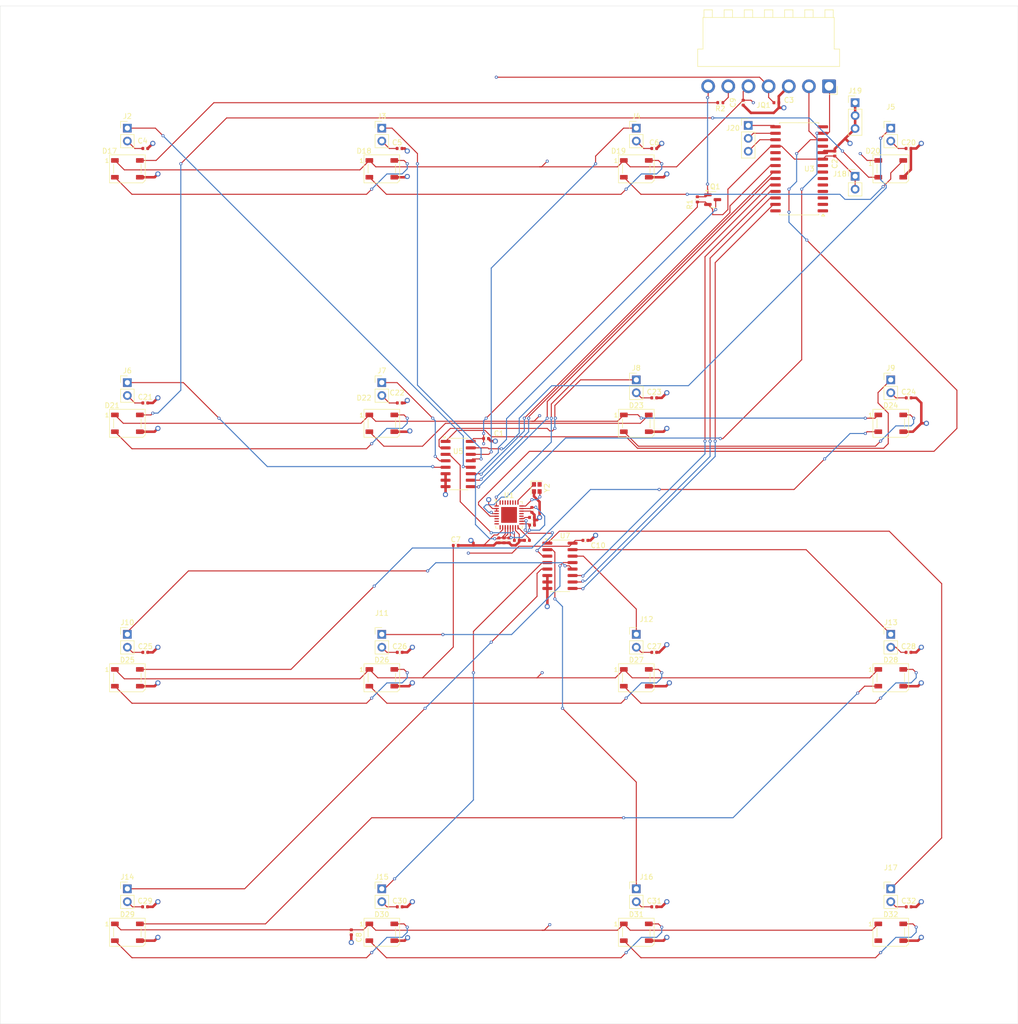
<source format=kicad_pcb>
(kicad_pcb (version 20241229) (generator "pcbnew") (generator_version "9.0")
  (layers (0 "F.Cu" signal) (4 "In1.Cu" signal) (6 "In2.Cu" signal) (2 "B.Cu" signal) (13 "F.Paste" user) (15 "B.Paste" user) (5 "F.SilkS" user "F.Silkscreen") (7 "B.SilkS" user "B.Silkscreen") (1 "F.Mask" user) (3 "B.Mask" user) (25 "Edge.Cuts" user))
  (net 0 "")
  (net 1 "+3.3V")
  (net 2 "GPIOXX")
  (net 3 "LED.DIN")
  (net 4 "Net-(D17-DIN)")
  (net 5 "SDA")
  (net 6 "SCL")
  (net 7 "CLRC663.ALIM")
  (net 10 "MCP23017.GPA3")
  (net 11 "GND")
  (net 15 "MCP23017.A1")
  (net 16 "MCP23017.GPA0")
  (net 17 "MCP23017.GPA2")
  (net 18 "MCP23017.A0")
  (net 20 "MCP23017.GPA1")
  (net 22 "MCP23017.A2")
  (net 23 "MCP23017.GPA4")
  (net 29 "MCP23017.GPA5")
  (net 31 "MCP23017.GPA6")
  (net 32 "ANT3+")
  (net 33 "ANT2+")
  (net 34 "ANT6+")
  (net 35 "ANT4+")
  (net 36 "ANT7+")
  (net 37 "ANT8+")
  (net 38 "CLRC663.TX1")
  (net 39 "ANT5+")
  (net 40 "ANT1+")
  (net 41 "ANT14+")
  (net 42 "ANT12+")
  (net 43 "ANT16+")
  (net 44 "ANT15+")
  (net 45 "ANT9+")
  (net 46 "ANT11+")
  (net 47 "ANT13+")
  (net 48 "ANT10+")
  (net 49 "CLRC663.RX")
  (net 50 "Net-(U1-XTAL2)")
  (net 55 "Net-(U1-XTAL1)")
  (net 63 "Net-(U1-TX2)")
  (net 65 "Net-(U1-VMID)")
  (net 67 "Net-(D19-DOUT)")
  (net 68 "+5V")
  (net 69 "Net-(D18-DOUT)")
  (net 70 "Net-(D17-DOUT)")
  (net 71 "Net-(D22-DOUT)")
  (net 72 "Net-(D23-DOUT)")
  (net 73 "Net-(D31-DOUT)")
  (net 75 "Net-(D30-DOUT)")
  (net 76 "Net-(D29-DOUT)")
  (net 77 "Net-(D28-DOUT)")
  (net 78 "Net-(D27-DOUT)")
  (net 79 "Net-(D26-DOUT)")
  (net 80 "Net-(D25-DOUT)")
  (net 81 "Net-(D24-DOUT)")
  (net 82 "Net-(D21-DOUT)")
  (net 83 "Net-(D20-DOUT)")
  (net 84 "Net-(J11-Pin_2)")
  (net 85 "Net-(J12-Pin_2)")
  (net 86 "Net-(J13-Pin_2)")
  (net 87 "Net-(J14-Pin_2)")
  (net 88 "Net-(J15-Pin_2)")
  (net 89 "Net-(J16-Pin_2)")
  (net 90 "Net-(J7-Pin_2)")
  (net 91 "Net-(J2-Pin_2)")
  (net 92 "Net-(J3-Pin_2)")
  (net 93 "Net-(J4-Pin_2)")
  (net 94 "Net-(J5-Pin_2)")
  (net 95 "Net-(J6-Pin_2)")
  (net 96 "Net-(J17-Pin_2)")
  (net 97 "Net-(J8-Pin_2)")
  (net 98 "Net-(J9-Pin_2)")
  (net 99 "Net-(J10-Pin_2)")
  (footprint "Connector_PinHeader_2.54mm:PinHeader_1x02_P2.54mm_Vertical" (layer "F.Cu") (at 175 173.46)
    (property "Reference" "J17")
    (property "Value" "Conn_01x02" (hide yes))
  )
  (footprint "Connector_PinHeader_2.54mm:PinHeader_1x02_P2.54mm_Vertical" (layer "F.Cu") (at 125 24)
    (property "Reference" "J4")
    (property "Value" "Conn_01x02" (hide yes))
  )
  (footprint "Connector_PinHeader_2.54mm:PinHeader_1x02_P2.54mm_Vertical" (layer "F.Cu") (at 168 33.46)
    (property "Reference" "J18")
    (property "Value" "Conn_01x02" (hide yes))
  )
  (footprint "LED_SMD:LED_WS2812B_PLCC4_5.0x5.0mm_P3.2mm" (layer "F.Cu") (at 75 32)
    (property "Reference" "D18")
    (property "Value" "WS2812B")
  )
  (footprint "Capacitor_SMD:C_0402_1005Metric" (layer "F.Cu") (at 178.48 28)
    (property "Reference" "C20")
    (property "Value" "47 pF" (hide yes))
  )
  (footprint "Connector_PinHeader_2.54mm:PinHeader_1x02_P2.54mm_Vertical" (layer "F.Cu") (at 175 24)
    (property "Reference" "J5")
    (property "Value" "Conn_01x02" (hide yes))
  )
  (footprint "Capacitor_SMD:C_0402_1005Metric" (layer "F.Cu") (at 178.52 77)
    (property "Reference" "C24")
    (property "Value" "47 pF" (hide yes))
  )
  (footprint "Capacitor_SMD:C_0402_1005Metric" (layer "F.Cu") (at 128.52 127)
    (property "Reference" "C27")
    (property "Value" "47 pF" (hide yes))
  )
  (footprint "Capacitor_SMD:C_0402_1005Metric" (layer "F.Cu") (at 78.52 78)
    (property "Reference" "C22")
    (property "Value" "47 pF" (hide yes))
  )
  (footprint "Connector_PinHeader_2.54mm:PinHeader_1x02_P2.54mm_Vertical" (layer "F.Cu") (at 25 24)
    (property "Reference" "J2")
    (property "Value" "Conn_01x02" (hide yes))
  )
  (footprint "Capacitor_SMD:C_0402_1005Metric" (layer "F.Cu") (at 178.52 177)
    (property "Reference" "C32")
    (property "Value" "47 pF" (hide yes))
  )
  (footprint "Capacitor_SMD:C_0402_1005Metric" (layer "F.Cu") (at 146 19 -90)
    (property "Reference" "C9")
    (property "Value" "100uF" (hide yes))
  )
  (footprint "Package_SO:SOIC-16_3.9x9.9mm_P1.27mm" (layer "F.Cu") (at 90 90)
    (property "Reference" "U5")
    (property "Value" "CD4051BM96")
  )
  (footprint "Connector_PinHeader_2.54mm:PinHeader_1x02_P2.54mm_Vertical" (layer "F.Cu") (at 175 73.46)
    (property "Reference" "J9")
    (property "Value" "Conn_01x02" (hide yes))
  )
  (footprint "LED_SMD:LED_WS2812B_PLCC4_5.0x5.0mm_P3.2mm" (layer "F.Cu") (at 125 32)
    (property "Reference" "D19")
    (property "Value" "WS2812B" (hide yes))
  )
  (footprint "Capacitor_SMD:C_0402_1005Metric" (layer "F.Cu") (at 89.52 106)
    (property "Reference" "C7")
    (property "Value" "100nF" (hide yes))
  )
  (footprint "Capacitor_SMD:C_0402_1005Metric" (layer "F.Cu") (at 128.52 28)
    (property "Reference" "C6")
    (property "Value" "47 pF" (hide yes))
  )
  (footprint "Connector_PinHeader_2.54mm:PinHeader_1x02_P2.54mm_Vertical" (layer "F.Cu") (at 75 74)
    (property "Reference" "J7")
    (property "Value" "Conn_01x02" (hide yes))
  )
  (footprint "LED_SMD:LED_WS2812B_PLCC4_5.0x5.0mm_P3.2mm" (layer "F.Cu") (at 25 32)
    (property "Reference" "D17")
    (property "Value" "WS2812B")
  )
  (footprint "LED_SMD:LED_WS2812B_PLCC4_5.0x5.0mm_P3.2mm" (layer "F.Cu") (at 75 182)
    (property "Reference" "D30")
    (property "Value" "WS2812B")
  )
  (footprint "Connector_PinHeader_2.54mm:PinHeader_1x03_P2.54mm_Vertical" (layer "F.Cu") (at 168 19)
    (property "Reference" "J19")
    (property "Value" "Conn_01x03" (hide yes))
  )
  (footprint "Capacitor_SMD:C_0402_1005Metric" (layer "F.Cu") (at 115 105 180)
    (property "Reference" "C10")
    (property "Value" "100nF" (hide yes))
  )
  (footprint "Resistor_SMD:R_0402_1005Metric" (layer "F.Cu") (at 141.51 19 180)
    (property "Reference" "R2")
    (property "Value" "330" (hide yes))
  )
  (footprint "LED_SMD:LED_WS2812B_PLCC4_5.0x5.0mm_P3.2mm" (layer "F.Cu") (at 175 32)
    (property "Reference" "D20")
    (property "Value" "WS2812B")
  )
  (footprint "LED_SMD:LED_WS2812B_PLCC4_5.0x5.0mm_P3.2mm" (layer "F.Cu") (at 125 132)
    (property "Reference" "D27")
    (property "Value" "WS2812B")
  )
  (footprint "Connector_PinHeader_2.54mm:PinHeader_1x02_P2.54mm_Vertical" (layer "F.Cu") (at 75 123.46)
    (property "Reference" "J11")
    (property "Value" "Conn_01x02" (hide yes))
  )
  (footprint "Connector_PinHeader_2.54mm:PinHeader_1x02_P2.54mm_Vertical" (layer "F.Cu") (at 125 123.46)
    (property "Reference" "J12")
    (property "Value" "Conn_01x02" (hide yes))
  )
  (footprint "LED_SMD:LED_WS2812B_PLCC4_5.0x5.0mm_P3.2mm" (layer "F.Cu") (at 25 182)
    (property "Reference" "D29")
    (property "Value" "WS2812B")
  )
  (footprint "Connector_PinHeader_2.54mm:PinHeader_1x02_P2.54mm_Vertical" (layer "F.Cu") (at 25 123.46)
    (property "Reference" "J10")
    (property "Value" "Conn_01x02" (hide yes))
  )
  (footprint "Connector_PinHeader_2.54mm:PinHeader_1x02_P2.54mm_Vertical" (layer "F.Cu") (at 75 173.46)
    (property "Reference" "J15")
    (property "Value" "Conn_01x02" (hide yes))
  )
  (footprint "Capacitor_SMD:C_0402_1005Metric" (layer "F.Cu") (at 100 105 90)
    (property "Reference" "C13" (hide yes))
    (property "Value" "100nF" (hide yes))
  )
  (footprint "Capacitor_SMD:C_0402_1005Metric" (layer "F.Cu") (at 78.48 28)
    (property "Reference" "C5")
    (property "Value" "47 pF" (hide yes))
  )
  (footprint "Connector_JST:JST_VH_B7PS-VH_1x07_P3.96mm_Horizontal" (layer "F.Cu") (at 162.88 15.775 180)
    (property "Reference" "JQ1")
    (property "Value" "Conn_01x07_Socket")
  )
  (footprint "LED_SMD:LED_WS2812B_PLCC4_5.0x5.0mm_P3.2mm" (layer "F.Cu") (at 125 82)
    (property "Reference" "D23")
    (property "Value" "WS2812B")
  )
  (footprint "Connector_PinHeader_2.54mm:PinHeader_1x03_P2.54mm_Vertical" (layer "F.Cu") (at 147 23.475)
    (property "Reference" "J20")
    (property "Value" "Conn_01x03" (hide yes))
  )
  (footprint "Capacitor_SMD:C_0402_1005Metric" (layer "F.Cu") (at 98 105 90)
    (property "Reference" "C11" (hide yes))
    (property "Value" "100nF" (hide yes))
  )
  (footprint "LED_SMD:LED_WS2812B_PLCC4_5.0x5.0mm_P3.2mm" (layer "F.Cu") (at 75 82)
    (property "Reference" "D22")
    (property "Value" "WS2812B")
  )
  (footprint "LED_SMD:LED_WS2812B_PLCC4_5.0x5.0mm_P3.2mm" (layer "F.Cu") (at 75 132)
    (property "Reference" "D26")
    (property "Value" "WS2812B")
  )
  (footprint "Capacitor_SMD:C_0402_1005Metric" (layer "F.Cu") (at 178.48 127)
    (property "Reference" "C28")
    (property "Value" "47 pF" (hide yes))
  )
  (footprint "Capacitor_SMD:C_0402_1005Metric" (layer "F.Cu") (at 69 182 -90)
    (property "Reference" "C8")
    (property "Value" "100uF" (hide yes))
  )
  (footprint "Connector_PinHeader_2.54mm:PinHeader_1x02_P2.54mm_Vertical" (layer "F.Cu") (at 125 173.46)
    (property "Reference" "J16")
    (property "Value" "Conn_01x02" (hide yes))
  )
  (footprint "Capacitor_SMD:C_0402_1005Metric" (layer "F.Cu") (at 128.52 177)
    (property "Reference" "C31")
    (property "Value" "47 pF" (hide yes))
  )
  (footprint "Capacitor_SMD:C_0402_1005Metric" (layer "F.Cu") (at 28.48 177)
    (property "Reference" "C29")
    (property "Value" "47 pF" (hide yes))
  )
  (footprint "Capacitor_SMD:C_0402_1005Metric" (layer "F.Cu") (at 152.52 19 180)
    (property "Reference" "C3")
    (property "Value" "10uF" (hide yes))
  )
  (footprint "Capacitor_SMD:C_0402_1005Metric" (layer "F.Cu") (at 104.52 102 180)
    (property "Reference" "C15" (hide yes))
    (property "Value" "100nF" (hide yes))
  )
  (footprint "Connector_PinHeader_2.54mm:PinHeader_1x02_P2.54mm_Vertical" (layer "F.Cu") (at 125 73.46)
    (property "Reference" "J8")
    (property "Value" "Conn_01x02" (hide yes))
  )
  (footprint "LED_SMD:LED_WS2812B_PLCC4_5.0x5.0mm_P3.2mm" (layer "F.Cu") (at 25 82)
    (property "Reference" "D21")
    (property "Value" "WS2812B")
  )
  (footprint "Capacitor_SMD:C_0402_1005Metric" (layer "F.Cu") (at 164 29 90)
    (property "Reference" "C2")
    (property "Value" "100nF" (hide yes))
  )
  (footprint "LED_SMD:LED_WS2812B_PLCC4_5.0x5.0mm_P3.2mm" (layer "F.Cu") (at 25 132)
    (property "Reference" "D25")
    (property "Value" "WS2812B")
  )
  (footprint "Capacitor_SMD:C_0402_1005Metric" (layer "F.Cu") (at 103.52 105)
    (property "Reference" "C16" (hide yes))
    (property "Value" "47pF" (hide yes))
  )
  (footprint "Connector_PinHeader_2.54mm:PinHeader_1x02_P2.54mm_Vertical" (layer "F.Cu") (at 75 24)
    (property "Reference" "J3")
    (property "Value" "Conn_01x02" (hide yes))
  )
  (footprint "Package_SO:SOIC-28W_7.5x17.9mm_P1.27mm" (layer "F.Cu") (at 157 32 180)
    (property "Reference" "U3")
    (property "Value" "MCP23017_SO")
  )
  (footprint "LED_SMD:LED_WS2812B_PLCC4_5.0x5.0mm_P3.2mm" (layer "F.Cu") (at 175 82)
    (property "Reference" "D24")
    (property "Value" "WS2812B")
  )
  (footprint "LED_SMD:LED_WS2812B_PLCC4_5.0x5.0mm_P3.2mm" (layer "F.Cu") (at 125 182)
    (property "Reference" "D31")
    (property "Value" "WS2812B")
  )
  (footprint "LED_SMD:LED_WS2812B_PLCC4_5.0x5.0mm_P3.2mm" (layer "F.Cu") (at 175 182)
    (property "Reference" "D32")
    (property "Value" "WS2812B")
  )
  (footprint "Connector_PinHeader_2.54mm:PinHeader_1x02_P2.54mm_Vertical" (layer "F.Cu") (at 25 74)
    (property "Reference" "J6")
    (property "Value" "Conn_01x02" (hide yes))
  )
  (footprint "Package_SO:SOIC-16_3.9x9.9mm_P1.27mm" (layer "F.Cu") (at 110 110)
    (property "Reference" "U7")
    (property "Value" "CD4051BM96")
  )
  (footprint "Capacitor_SMD:C_0402_1005Metric" (layer "F.Cu") (at 104.5 100.5 180)
    (property "Reference" "C17" (hide yes))
    (property "Value" "2.2uF" (hide yes))
  )
  (footprint "Capacitor_SMD:C_0402_1005Metric" (layer "F.Cu") (at 95.48 85 180)
    (property "Reference" "C1")
    (property "Value" "100nF" (hide yes))
  )
  (footprint "Connector_PinHeader_2.54mm:PinHeader_1x02_P2.54mm_Vertical" (layer "F.Cu") (at 175 123.46)
    (property "Reference" "J13")
    (property "Value" "Conn_01x02" (hide yes))
  )
  (footprint "Capacitor_SMD:C_0402_1005Metric" (layer "F.Cu") (at 104.48 99 90)
    (property "Reference" "C14" (hide yes))
    (property "Value" "100nF" (hide yes))
  )
  (footprint "Capacitor_SMD:C_0402_1005Metric" (layer "F.Cu") (at 28.52 28)
    (property "Reference" "C4")
    (property "Value" "47 pF" (hide yes))
  )
  (footprint "Connector_PinHeader_2.54mm:PinHeader_1x02_P2.54mm_Vertical" (layer "F.Cu") (at 25 173.46)
    (property "Reference" "J14")
    (property "Value" "Conn_01x02" (hide yes))
  )
  (footprint "Capacitor_SMD:C_0402_1005Metric" (layer "F.Cu") (at 28.52 78)
    (property "Reference" "C21")
    (property "Value" "47 pF" (hide yes))
  )
  (footprint "Crystal:Crystal_SMD_2016-4Pin_2.0x1.6mm" (layer "F.Cu") (at 105.45 94.7 -90)
    (property "Reference" "Y2")
    (property "Value" "27.12M" (hide yes))
  )
  (footprint "Capacitor_SMD:C_0402_1005Metric" (layer "F.Cu") (at 28.52 127)
    (property "Reference" "C25")
    (property "Value" "47 pF" (hide yes))
  )
  (footprint "Capacitor_SMD:C_0402_1005Metric" (layer "F.Cu") (at 99 105 90)
    (property "Reference" "C12" (hide yes))
    (property "Value" "100nF" (hide yes))
  )
  (footprint "LED_SMD:LED_WS2812B_PLCC4_5.0x5.0mm_P3.2mm" (layer "F.Cu") (at 175 132)
    (property "Reference" "D28")
    (property "Value" "WS2812B")
  )
  (footprint "Package_DFN_QFN:HVQFN-32-1EP_5x5mm_P0.5mm_EP3.1x3.1mm" (layer "F.Cu") (at 100 100)
    (property "Reference" "U1")
    (property "Value" "CLRC66303HNY")
  )
  (footprint "Capacitor_SMD:C_0402_1005Metric" (layer "F.Cu") (at 101.52 105 180)
    (property "Reference" "C33" (hide yes))
    (property "Value" "47pF" (hide yes))
  )
  (footprint "Capacitor_SMD:C_0402_1005Metric" (layer "F.Cu") (at 78.52 177)
    (property "Reference" "C30")
    (property "Value" "47 pF" (hide yes))
  )
  (footprint "Capacitor_SMD:C_0402_1005Metric" (layer "F.Cu") (at 78.52 127)
    (property "Reference" "C26")
    (property "Value" "47 pF" (hide yes))
  )
  (footprint "Package_TO_SOT_SMD:SOT-23" (layer "F.Cu") (at 140 38.05)
    (property "Reference" "Q1")
    (property "Value" "BSS84" (hide yes))
  )
  (footprint "Resistor_SMD:R_0402_1005Metric" (layer "F.Cu") (at 137 38 -90)
    (property "Reference" "R1")
    (property "Value" "10k" (hide yes))
  )
  (footprint "Capacitor_SMD:C_0402_1005Metric" (layer "F.Cu") (at 128.52 77)
    (property "Reference" "C23")
    (property "Value" "47 pF" (hide yes))
  )
  (gr_rect (start 0 0) (end 200 200) (stroke (width 0.05)) (fill no) (layer "Edge.Cuts"))
  (segment (start 151 15.775) (end 151 17.96) (width 0.2) (layer "F.Cu") (net 1))
  (segment (start 151 17.96) (end 152.04 19) (width 0.2) (layer "F.Cu") (net 1))
  (segment (start 111.874 106.156) (end 101.933231 106.156) (width 0.2) (layer "F.Cu") (net 1))
  (segment (start 151.445 27.555) (end 143 36) (width 0.2) (layer "F.Cu") (net 1))
  (segment (start 164 29.48) (end 162.265 29.48) (width 0.2) (layer "F.Cu") (net 1))
  (segment (start 95 85) (end 93.03 85) (width 0.2) (layer "F.Cu") (net 1))
  (segment (start 149.225 14) (end 97.5 14) (width 0.2) (layer "F.Cu") (net 1))
  (segment (start 100.589231 107.5) (end 92 107.5) (width 0.2) (layer "F.Cu") (net 1))
  (segment (start 140 41) (end 140 39.9375) (width 0.2) (layer "F.Cu") (net 1))
  (segment (start 137 38.51) (end 137 39.5) (width 0.2) (layer "F.Cu") (net 1))
  (segment (start 95 85) (end 95 86) (width 0.2) (layer "F.Cu") (net 1))
  (segment (start 164.02 29.48) (end 168 33.46) (width 0.2) (layer "F.Cu") (net 1))
  (segment (start 152.35 27.555) (end 153.552 27.555) (width 0.2) (layer "F.Cu") (net 1))
  (segment (start 93.03 85) (end 92.475 85.555) (width 0.2) (layer "F.Cu") (net 1))
  (segment (start 113.015 105.015) (end 111.874 106.156) (width 0.2) (layer "F.Cu") (net 1))
  (segment (start 113.03 105) (end 113.015 105.015) (width 0.2) (layer "F.Cu") (net 1))
  (segment (start 137 39.5) (end 95.5 81) (width 0.2) (layer "F.Cu") (net 1))
  (segment (start 143 36) (end 143 40) (width 0.2) (layer "F.Cu") (net 1))
  (segment (start 101.933231 106.156) (end 100.589231 107.5) (width 0.2) (layer "F.Cu") (net 1))
  (segment (start 142 41) (end 140 41) (width 0.2) (layer "F.Cu") (net 1))
  (segment (start 114.52 105) (end 113.03 105) (width 0.2) (layer "F.Cu") (net 1))
  (segment (start 138.5725 38.51) (end 139.0625 39) (width 0.2) (layer "F.Cu") (net 1))
  (segment (start 140 39.9375) (end 139.0625 39) (width 0.2) (layer "F.Cu") (net 1))
  (segment (start 152.35 27.555) (end 151.445 27.555) (width 0.2) (layer "F.Cu") (net 1))
  (segment (start 113.015 105.015) (end 112.475 105.555) (width 0.2) (layer "F.Cu") (net 1))
  (segment (start 95 84) (end 95 85) (width 0.2) (layer "F.Cu") (net 1))
  (segment (start 164 29.48) (end 164.02 29.48) (width 0.2) (layer "F.Cu") (net 1))
  (segment (start 162.265 29.48) (end 161.65 30.095) (width 0.2) (layer "F.Cu") (net 1))
  (segment (start 168 33.46) (end 168 36) (width 0.2) (layer "F.Cu") (net 1))
  (segment (start 137 38.51) (end 138.5725 38.51) (width 0.2) (layer "F.Cu") (net 1))
  (segment (start 151 15.775) (end 149.225 14) (width 0.2) (layer "F.Cu") (net 1))
  (segment (start 156.092 30.095) (end 161.65 30.095) (width 0.2) (layer "F.Cu") (net 1))
  (segment (start 153.552 27.555) (end 156.092 30.095) (width 0.2) (layer "F.Cu") (net 1))
  (segment (start 143 40) (end 142 41) (width 0.2) (layer "F.Cu") (net 1))
  (via (at 95.5 81) (size 0.6) (drill 0.3) (layers "F.Cu" "B.Cu") (net 1))
  (via (at 92 107.5) (size 0.6) (drill 0.3) (layers "F.Cu" "B.Cu") (net 1))
  (via (at 95 84) (size 0.6) (drill 0.3) (layers "F.Cu" "B.Cu") (net 1))
  (via (at 97.5 14) (size 0.6) (drill 0.3) (layers "F.Cu" "B.Cu") (net 1))
  (via (at 95 86) (size 0.6) (drill 0.3) (layers "F.Cu" "B.Cu") (net 1))
  (segment (start 95 81.5) (end 95 84) (width 0.2) (layer "B.Cu") (net 1))
  (segment (start 95.5 81) (end 95 81.5) (width 0.2) (layer "B.Cu") (net 1))
  (segment (start 139 35) (end 139 36) (width 0.2) (layer "F.Cu") (net 2))
  (segment (start 139 36) (end 139.0625 36.0625) (width 0.2) (layer "F.Cu") (net 2))
  (segment (start 138.6725 37.49) (end 139.0625 37.1) (width 0.2) (layer "F.Cu") (net 2))
  (segment (start 139.12 15.775) (end 139.12 17.88) (width 0.2) (layer "F.Cu") (net 2))
  (segment (start 139.12 17.88) (end 139 18) (width 0.2) (layer "F.Cu") (net 2))
  (segment (start 139.0625 36.0625) (end 139.0625 37.1) (width 0.2) (layer "F.Cu") (net 2))
  (segment (start 137 37.49) (end 138.6725 37.49) (width 0.2) (layer "F.Cu") (net 2))
  (via (at 139 35) (size 0.6) (drill 0.3) (layers "F.Cu" "B.Cu") (net 2))
  (via (at 139 18) (size 0.6) (drill 0.3) (layers "F.Cu" "B.Cu") (net 2))
  (segment (start 139 18) (end 139 35) (width 0.2) (layer "B.Cu") (net 2))
  (segment (start 143.08 17.94) (end 142.02 19) (width 0.2) (layer "F.Cu") (net 3))
  (segment (start 143.08 15.775) (end 143.08 17.94) (width 0.2) (layer "F.Cu") (net 3))
  (segment (start 30.65 30.35) (end 27.45 30.35) (width 0.2) (layer "F.Cu") (net 4))
  (segment (start 141 19) (end 42 19) (width 0.2) (layer "F.Cu") (net 4))
  (segment (start 42 19) (end 30.65 30.35) (width 0.2) (layer "F.Cu") (net 4))
  (segment (start 157.5 36) (end 157.5 69.5) (width 0.2) (layer "F.Cu") (net 5))
  (segment (start 162.976 15.871) (end 162.976 24.713999) (width 0.2) (layer "F.Cu") (net 5))
  (segment (start 142 85) (end 141.5 85) (width 0.2) (layer "F.Cu") (net 5))
  (segment (start 96.5 99.5) (end 96.75 99.75) (width 0.2) (layer "F.Cu") (net 5))
  (segment (start 160.515 25.015) (end 160.5 25) (width 0.2) (layer "F.Cu") (net 5))
  (segment (start 162.674999 25.015) (end 161.65 25.015) (width 0.2) (layer "F.Cu") (net 5))
  (segment (start 162.88 15.775) (end 162.976 15.871) (width 0.2) (layer "F.Cu") (net 5))
  (segment (start 157.5 69.5) (end 142 85) (width 0.2) (layer "F.Cu") (net 5))
  (segment (start 161.65 25.015) (end 160.515 25.015) (width 0.2) (layer "F.Cu") (net 5))
  (segment (start 96.75 99.75) (end 97.5625 99.75) (width 0.2) (layer "F.Cu") (net 5))
  (segment (start 162.976 24.713999) (end 162.674999 25.015) (width 0.2) (layer "F.Cu") (net 5))
  (via (at 96.5 99.5) (size 0.6) (drill 0.3) (layers "F.Cu" "B.Cu") (net 5))
  (via (at 157.5 36) (size 0.6) (drill 0.3) (layers "F.Cu" "B.Cu") (net 5))
  (via (at 141.5 85) (size 0.6) (drill 0.3) (layers "F.Cu" "B.Cu") (net 5))
  (via (at 160.5 25) (size 0.6) (drill 0.3) (layers "F.Cu" "B.Cu") (net 5))
  (segment (start 96 99.5) (end 96.5 99.5) (width 0.2) (layer "B.Cu") (net 5))
  (segment (start 95 98.5) (end 96 99.5) (width 0.2) (layer "B.Cu") (net 5))
  (segment (start 160.5 33) (end 157.5 36) (width 0.2) (layer "B.Cu") (net 5))
  (segment (start 95.5 98) (end 95 98.5) (width 0.2) (layer "B.Cu") (net 5))
  (segment (start 141.5 85) (end 141.399 84.899) (width 0.2) (layer "B.Cu") (net 5))
  (segment (start 98.5 96.5) (end 97 98) (width 0.2) (layer "B.Cu") (net 5))
  (segment (start 99.5 96.5) (end 98.5 96.5) (width 0.2) (layer "B.Cu") (net 5))
  (segment (start 160.5 25) (end 160.5 33) (width 0.2) (layer "B.Cu") (net 5))
  (segment (start 111.101 84.899) (end 99.5 96.5) (width 0.2) (layer "B.Cu") (net 5))
  (segment (start 141.399 84.899) (end 111.101 84.899) (width 0.2) (layer "B.Cu") (net 5))
  (segment (start 97 98) (end 95.5 98) (width 0.2) (layer "B.Cu") (net 5))
  (segment (start 158.92 24.579999) (end 160.625001 26.285) (width 0.2) (layer "F.Cu") (net 6))
  (segment (start 159.215 26.285) (end 156.5 29) (width 0.2) (layer "F.Cu") (net 6))
  (segment (start 158.92 15.775) (end 158.92 24.579999) (width 0.2) (layer "F.Cu") (net 6))
  (segment (start 104 87.5) (end 183.5 87.5) (width 0.2) (layer "F.Cu") (net 6))
  (segment (start 161.65 26.285) (end 159.215 26.285) (width 0.2) (layer "F.Cu") (net 6))
  (segment (start 96.25 100.25) (end 94.5 98.5) (width 0.2) (layer "F.Cu") (net 6))
  (segment (start 155 40.5) (end 155 36) (width 0.2) (layer "F.Cu") (net 6))
  (segment (start 94 98) (end 94 97.5) (width 0.2) (layer "F.Cu") (net 6))
  (segment (start 160.625001 26.285) (end 161.65 26.285) (width 0.2) (layer "F.Cu") (net 6))
  (segment (start 94.5 98.5) (end 94 98) (width 0.2) (layer "F.Cu") (net 6))
  (segment (start 188 75.5) (end 159 46.5) (width 0.2) (layer "F.Cu") (net 6))
  (segment (start 183.5 87.5) (end 188 83) (width 0.2) (layer "F.Cu") (net 6))
  (segment (start 159 46.5) (end 158.5 46) (width 0.2) (layer "F.Cu") (net 6))
  (segment (start 94 97.5) (end 104 87.5) (width 0.2) (layer "F.Cu") (net 6))
  (segment (start 188 83) (end 188 75.5) (width 0.2) (layer "F.Cu") (net 6))
  (segment (start 97.5625 100.25) (end 96.25 100.25) (width 0.2) (layer "F.Cu") (net 6))
  (via (at 155 40.5) (size 0.6) (drill 0.3) (layers "F.Cu" "B.Cu") (net 6))
  (via (at 156.5 29) (size 0.6) (drill 0.3) (layers "F.Cu" "B.Cu") (net 6))
  (via (at 158.5 46) (size 0.6) (drill 0.3) (layers "F.Cu" "B.Cu") (net 6))
  (via (at 155 36) (size 0.6) (drill 0.3) (layers "F.Cu" "B.Cu") (net 6))
  (segment (start 158.5 46) (end 155 42.5) (width 0.2) (layer "B.Cu") (net 6))
  (segment (start 156.5 34.5) (end 155 36) (width 0.2) (layer "B.Cu") (net 6))
  (segment (start 156.5 29) (end 156.5 34.5) (width 0.2) (layer "B.Cu") (net 6))
  (segment (start 155 42.5) (end 155 40.5) (width 0.2) (layer "B.Cu") (net 6))
  (segment (start 99.25 102.4375) (end 99.25 103.77) (width 0.2) (layer "F.Cu") (net 7))
  (segment (start 104.48 98.52) (end 105.23 98.52) (width 0.2) (layer "F.Cu") (net 7))
  (segment (start 140.6 38.3875) (end 140.6 40) (width 0.2) (layer "F.Cu") (net 7))
  (segment (start 103.79 101.75) (end 104.04 102) (width 0.2) (layer "F.Cu") (net 7))
  (segment (start 100 104.52) (end 100.313787 104.52) (width 0.2) (layer "F.Cu") (net 7))
  (segment (start 140.9375 38.05) (end 140.6 38.3875) (width 0.2) (layer "F.Cu") (net 7))
  (segment (start 97.174265 104.674265) (end 97.845735 104.674265) (width 0.2) (layer "F.Cu") (net 7))
  (segment (start 100.313787 104.52) (end 100.385017 104.44877) (width 0.2) (layer "F.Cu") (net 7))
  (segment (start 99.75 103.77) (end 99 104.52) (width 0.2) (layer "F.Cu") (net 7))
  (segment (start 98.5 104.52) (end 99 104.52) (width 0.2) (layer "F.Cu") (net 7))
  (segment (start 105.23 98.52) (end 105.25 98.5) (width 0.2) (layer "F.Cu") (net 7))
  (segment (start 98 104.52) (end 98.5 104.52) (width 0.2) (layer "F.Cu") (net 7))
  (segment (start 99 104.52) (end 100 104.52) (width 0.2) (layer "F.Cu") (net 7))
  (segment (start 99.25 103.77) (end 98.5 104.52) (width 0.2) (layer "F.Cu") (net 7))
  (segment (start 100 104.52) (end 100.131 104.389) (width 0.2) (layer "F.Cu") (net 7))
  (segment (start 97.845735 104.674265) (end 98 104.52) (width 0.2) (layer "F.Cu") (net 7))
  (segment (start 102.4375 98.75) (end 104.25 98.75) (width 0.2) (layer "F.Cu") (net 7))
  (segment (start 104 102.04) (end 104.04 102) (width 0.2) (layer "F.Cu") (net 7))
  (segment (start 102.4375 101.75) (end 103.79 101.75) (width 0.2) (layer "F.Cu") (net 7))
  (segment (start 104.25 98.75) (end 104.48 98.52) (width 0.2) (layer "F.Cu") (net 7))
  (segment (start 104 103) (end 104 102.04) (width 0.2) (layer "F.Cu") (net 7))
  (segment (start 99.75 102.4375) (end 99.75 103.77) (width 0.2) (layer "F.Cu") (net 7))
  (segment (start 100.25 104.27) (end 100 104.52) (width 0.2) (layer "F.Cu") (net 7))
  (segment (start 100.25 102.4375) (end 100.25 104.27) (width 0.2) (layer "F.Cu") (net 7))
  (via (at 105.25 98.5) (size 0.6) (drill 0.3) (layers "F.Cu" "B.Cu") (net 7))
  (via (at 97.174265 104.674265) (size 0.6) (drill 0.3) (layers "F.Cu" "B.Cu") (net 7))
  (via (at 100.385017 104.44877) (size 0.6) (drill 0.3) (layers "F.Cu" "B.Cu") (net 7))
  (via (at 140.6 40) (size 0.6) (drill 0.3) (layers "F.Cu" "B.Cu") (net 7))
  (via (at 104 103) (size 0.6) (drill 0.3) (layers "F.Cu" "B.Cu") (net 7))
  (segment (start 100.385017 104.44877) (end 102.55123 104.44877) (width 0.2) (layer "B.Cu") (net 7))
  (segment (start 99.5 85.150057) (end 97.899 86.751057) (width 0.2) (layer "B.Cu") (net 7))
  (segment (start 107 102) (end 106 103) (width 0.2) (layer "B.Cu") (net 7))
  (segment (start 93.399 101.899) (end 96.174265 104.674265) (width 0.2) (layer "B.Cu") (net 7))
  (segment (start 102.55123 104.44877) (end 104 103) (width 0.2) (layer "B.Cu") (net 7))
  (segment (start 105.25 98.5) (end 107 100.25) (width 0.2) (layer "B.Cu") (net 7))
  (segment (start 106 103) (end 104 103) (width 0.2) (layer "B.Cu") (net 7))
  (segment (start 96.174265 104.674265) (end 97.174265 104.674265) (width 0.2) (layer "B.Cu") (net 7))
  (segment (start 97.899 86.751057) (end 97.899 87.751057) (width 0.2) (layer "B.Cu") (net 7))
  (segment (start 97.899 87.751057) (end 93.399 92.251057) (width 0.2) (layer "B.Cu") (net 7))
  (segment (start 99.5 81.1) (end 99.5 85.150057) (width 0.2) (layer "B.Cu") (net 7))
  (segment (start 140.6 40) (end 99.5 81.1) (width 0.2) (layer "B.Cu") (net 7))
  (segment (start 107 100.25) (end 107 102) (width 0.2) (layer "B.Cu") (net 7))
  (segment (start 93.399 92.251057) (end 93.399 101.899) (width 0.2) (layer "B.Cu") (net 7))
  (segment (start 97.5 98.1875) (end 97.5625 98.25) (width 0.2) (layer "F.Cu") (net 10))
  (segment (start 152.35 35.175) (end 151.325001 35.175) (width 0.2) (layer "F.Cu") (net 10))
  (segment (start 151.325001 35.175) (end 108.300003 78.199998) (width 0.2) (layer "F.Cu") (net 10))
  (segment (start 97.5 96.5) (end 97.5 98.1875) (width 0.2) (layer "F.Cu") (net 10))
  (segment (start 108.300003 78.199998) (end 108.300003 81) (width 0.2) (layer "F.Cu") (net 10))
  (via (at 108.300003 81) (size 0.6) (drill 0.3) (layers "F.Cu" "B.Cu") (net 10))
  (via (at 97.5 96.5) (size 0.6) (drill 0.3) (layers "F.Cu" "B.Cu") (net 10))
  (segment (start 108.300003 81) (end 108.300003 85.699997) (width 0.2) (layer "B.Cu") (net 10))
  (segment (start 108.300003 85.699997) (end 97.5 96.5) (width 0.2) (layer "B.Cu") (net 10))
  (segment (start 102 105.309999) (end 101.329999 105.98) (width 0.5) (layer "F.Cu") (net 11))
  (segment (start 101.25 102.4375) (end 101.25 103.050057) (width 0.2) (layer "F.Cu") (net 11))
  (segment (start 178.96 127) (end 180 127) (width 0.5) (layer "F.Cu") (net 11))
  (segment (start 96.75 98.75) (end 96 98) (width 0.2) (layer "F.Cu") (net 11))
  (segment (start 98.75 102.4375) (end 98.75 102.890798) (width 0.2) (layer "F.Cu") (net 11))
  (segment (start 177.45 183.65) (end 180.35 183.65) (width 0.5) (layer "F.Cu") (net 11))
  (segment (start 104.9 95.4) (end 104.9 96.35) (width 0.5) (layer "F.Cu") (net 11))
  (segment (start 29 78) (end 30 78) (width 0.5) (layer "F.Cu") (net 11))
  (segment (start 30.35 183.65) (end 31 183) (width 0.5) (layer "F.Cu") (net 11))
  (segment (start 69 182.48) (end 69 184) (width 0.5) (layer "F.Cu") (net 11))
  (segment (start 180.35 183.65) (end 181 183) (width 0.5) (layer "F.Cu") (net 11))
  (segment (start 95 106) (end 93 106) (width 0.5) (layer "F.Cu") (net 11))
  (segment (start 166.04 26.04) (end 167 27) (width 0.5) (layer "F.Cu") (net 11))
  (segment (start 30.35 33.65) (end 31 33) (width 0.5) (layer "F.Cu") (net 11))
  (segment (start 177.45 83.65) (end 179.35 83.65) (width 0.5) (layer "F.Cu") (net 11))
  (segment (start 178.96 28) (end 180 28) (width 0.5) (layer "F.Cu") (net 11))
  (segment (start 161.65 28.825) (end 161.955 28.52) (width 0.5) (layer "F.Cu") (net 11))
  (segment (start 129.5 127) (end 131 125.5) (width 0.5) (layer "F.Cu") (net 11))
  (segment (start 80.35 83.65) (end 80.5 83.5) (width 0.5) (layer "F.Cu") (net 11))
  (segment (start 101.25 103.050057) (end 102 103.800057) (width 0.2) (layer "F.Cu") (net 11))
  (segment (start 130 177) (end 131 176) (width 0.5) (layer "F.Cu") (net 11))
  (segment (start 152 21) (end 153 20) (width 0.5) (layer "F.Cu") (net 11))
  (segment (start 107.525 117.975) (end 107.5 118) (width 0.5) (layer "F.Cu") (net 11))
  (segment (start 104.48 99.48) (end 104.98 99.98) (width 0.5) (layer "F.Cu") (net 11))
  (segment (start 87.525 95.975) (end 87.5 96) (width 0.5) (layer "F.Cu") (net 11))
  (segment (start 28.96 177) (end 30 177) (width 0.5) (layer "F.Cu") (net 11))
  (segment (start 104.98 101) (end 104.98 101.98) (width 0.5) (layer "F.Cu") (net 11))
  (segment (start 129 28) (end 130 27) (width 0.5) (layer "F.Cu") (net 11))
  (segment (start 168 24.08) (end 166.04 26.04) (width 0.5) (layer "F.Cu") (net 11))
  (segment (start 180 127) (end 181 126) (width 0.5) (layer "F.Cu") (net 11))
  (segment (start 77.45 83.65) (end 80.35 83.65) (width 0.5) (layer "F.Cu") (net 11))
  (segment (start 93 106) (end 93 105.5) (width 0.5) (layer "F.Cu") (net 11))
  (segment (start 115.48 105) (end 116 105) (width 0.5) (layer "F.Cu") (net 11))
  (segment (start 97 106) (end 95 106) (width 0.5) (layer "F.Cu") (net 11))
  (segment (start 93 106) (end 90 106) (width 0.5) (layer "F.Cu") (net 11))
  (segment (start 181 78) (end 180 77) (width 0.5) (layer "F.Cu") (net 11))
  (segment (start 107.525 114.445) (end 107.525 117.975) (width 0.5) (layer "F.Cu") (net 11))
  (segment (start 105.5 101) (end 104.98 101) (width 0.5) (layer "F.Cu") (net 11))
  (segment (start 104.98 99.98) (end 104.98 100.5) (width 0.5) (layer "F.Cu") (net 11))
  (segment (start 180 77) (end 179 77) (width 0.5) (layer "F.Cu") (net 11))
  (segment (start 180.35 133.65) (end 181 133) (width 0.5) (layer "F.Cu") (net 11))
  (segment (start 106 97.45) (end 106 100.5) (width 0.5) (layer "F.Cu") (net 11))
  (segment (start 78.96 28) (end 79.5 28) (width 0.5) (layer "F.Cu") (net 11))
  (segment (start 153 20) (end 154 20) (width 0.5) (layer "F.Cu") (net 11))
  (segment (start 79 177) (end 80 177) (width 0.5) (layer "F.Cu") (net 11))
  (segment (start 99 105.48) (end 98 105.48) (width 0.5) (layer "F.Cu") (net 11))
  (segment (start 147.52 21) (end 152 21) (width 0.5) (layer "F.Cu") (net 11))
  (segment (start 153 17.735) (end 153 19) (width 0.5) (layer "F.Cu") (net 11))
  (segment (start 146 19.48) (end 147.52 21) (width 0.5) (layer "F.Cu") (net 11))
  (segment (start 93 105.5) (end 92.5 105) (width 0.5) (layer "F.Cu") (net 11))
  (segment (start 127.45 183.65) (end 130.35 183.65) (width 0.5) (layer "F.Cu") (net 11))
  (segment (start 105.5 101) (end 106 100.5) (width 0.5) (layer "F.Cu") (net 11))
  (segment (start 29 28) (end 30 27) (width 0.5) (layer "F.Cu") (net 11))
  (segment (start 104.9 96.35) (end 106 97.45) (width 0.5) (layer "F.Cu") (net 11))
  (segment (start 127.45 33.65) (end 130.35 33.65) (width 0.5) (layer "F.Cu") (net 11))
  (segment (start 181 82) (end 182 82) (width 0.5) (layer "F.Cu") (net 11))
  (segment (start 107.525 113.175) (end 107.525 114.445) (width 0.5) (layer "F.Cu") (net 11))
  (segment (start 101.329999 105.98) (end 100.5 105.98) (width 0.5) (layer "F.Cu") (net 11))
  (segment (start 27.45 33.65) (end 30.35 33.65) (width 0.5) (layer "F.Cu") (net 11))
  (segment (start 97.061 103.939) (end 95 106) (width 0.2) (layer "F.Cu") (net 11))
  (segment (start 130.85 133.65) (end 131.5 133) (width 0.5) (layer "F.Cu") (net 11))
  (segment (start 102 105) (end 102 105.309999) (width 0.5) (layer "F.Cu") (net 11))
  (segment (start 87.525 93.175) (end 87.525 94.445) (width 0.5) (layer "F.Cu") (net 11))
  (segment (start 178.96 28) (end 178.96 32.14) (width 0.5) (layer "F.Cu") (net 11))
  (segment (start 97.52 105.48) (end 97 106) (width 0.5) (layer "F.Cu") (net 11))
  (segment (start 130.35 183.65) (end 131 183) (width 0.5) (layer "F.Cu") (net 11))
  (segment (start 80 177) (end 81 176) (width 0.5) (layer "F.Cu") (net 11))
  (segment (start 179.35 83.65) (end 181 82) (width 0.5) (layer "F.Cu") (net 11))
  (segment (start 130 77) (end 131 76) (width 0.5) (layer "F.Cu") (net 11))
  (segment (start 127.45 133.65) (end 130.85 133.65) (width 0.5) (layer "F.Cu") (net 11))
  (segment (start 97.701798 103.939) (end 97.061 103.939) (width 0.2) (layer "F.Cu") (net 11))
  (segment (start 130.35 83.65) (end 131 83) (width 0.5) (layer "F.Cu") (net 11))
  (segment (start 79 78) (end 79.5 78) (width 0.5) (layer "F.Cu") (net 11))
  (segment (start 180 177) (end 181 176) (width 0.5) (layer "F.Cu") (net 11))
  (segment (start 129 127) (end 129.5 127) (width 0.5) (layer "F.Cu") (net 11))
  (segment (start 181 82) (end 181 78) (width 0.5) (layer "F.Cu") (net 11))
  (segment (start 30 78) (end 31 77) (width 0.5) (layer "F.Cu") (net 11))
  (segment (start 80 127) (end 81 126) (width 0.5) (layer "F.Cu") (net 11))
  (segment (start 153 20) (end 153 19) (width 0.5) (layer "F.Cu") (net 11))
  (segment (start 154.96 15.775) (end 153 17.735) (width 0.5) (layer "F.Cu") (net 11))
  (segment (start 116 105) (end 117 104) (width 0.5) (layer "F.Cu") (net 11))
  (segment (start 30 127) (end 31 126) (width 0.5) (layer "F.Cu") (net 11))
  (segment (start 79.85 33.65) (end 80 33.5) (width 0.5) (layer "F.Cu") (net 11))
  (segment (start 168 24.08) (end 168 21.54) (width 0.5) (layer "F.Cu") (net 11))
  (segment (start 79.5 28) (end 80 28.5) (width 0.5) (layer "F.Cu") (net 11))
  (segment (start 30.35 83.65) (end 31 83) (width 0.5) (layer "F.Cu") (net 11))
  (segment (start 30.35 133.65) (end 31 133) (width 0.5) (layer "F.Cu") (net 11))
  (segment (start 98 105.48) (end 97.52 105.48) (width 0.5) (layer "F.Cu") (net 11))
  (segment (start 79.5 78) (end 80 77.5) (width 0.5) (layer "F.Cu") (net 11))
  (segment (start 129 177) (end 130 177) (width 0.5) (layer "F.Cu") (net 11))
  (segment (start 97.5625 98.75) (end 97.5625 99.25) (width 0.2) (layer "F.Cu") (net 11))
  (segment (start 168 21.54) (end 168 19) (width 0.5) (layer "F.Cu") (net 11))
  (segment (start 77.45 33.65) (end 79.85 33.65) (width 0.5) (layer "F.Cu") (net 11))
  (segment (start 95.96 85) (end 96.46 85.5) (width 0.5) (layer "F.Cu") (net 11))
  (segment (start 80.35 133.65) (end 81 133) (width 0.5) (layer "F.Cu") (net 11))
  (segment (start 102 103.800057) (end 102 105) (width 0.2) (layer "F.Cu") (net 11))
  (segment (start 179 177) (end 180 177) (width 0.5) (layer "F.Cu") (net 11))
  (segment (start 87.525 94.445) (end 87.525 95.975) (width 0.5) (layer "F.Cu") (net 11))
  (segment (start 96.46 85.5) (end 97.3 85.5) (width 0.5) (layer "F.Cu") (net 11))
  (segment (start 100 105.48) (end 99 105.48) (width 0.5) (layer "F.Cu") (net 11))
  (segment (start 27.45 183.65) (end 30.35 183.65) (width 0.5) (layer "F.Cu") (net 11))
  (segment (start 166.04 26.04) (end 164 28.08) (width 0.5) (layer "F.Cu") (net 11))
  (segment (start 27.45 133.65) (end 30.35 133.65) (width 0.5) (layer "F.Cu") (net 11))
  (segment (start 79 127) (end 80 127) (width 0.5) (layer "F.Cu") (net 11))
  (segment (start 27.45 83.65) (end 30.35 83.65) (width 0.5) (layer "F.Cu") (net 11))
  (segment (start 102.4375 99.25) (end 104.25 99.25) (width 0.2) (layer "F.Cu") (net 11))
  (segment (start 87.525 91.905) (end 87.525 93.175) (width 0.5) (layer "F.Cu") (net 11))
  (segment (start 178.96 32.14) (end 177.45 33.65) (width 0.5) (layer "F.Cu") (net 11))
  (segment (start 100.5 105.98) (end 100 105.48) (width 0.5) (layer "F.Cu") (net 11))
  (segment (start 104.98 101.98) (end 105 102) (width 0.5) (layer "F.Cu") (net 11))
  (segment (start 107.525 111.905) (end 107.525 113.175) (width 0.5) (layer "F.Cu") (net 11))
  (segment (start 177.45 133.65) (end 180.35 133.65) (width 0.5) (layer "F.Cu") (net 11))
  (segment (start 129 77) (end 130 77) (width 0.5) (layer "F.Cu") (net 11))
  (segment (start 77.45 183.65) (end 79.481372 183.65) (width 0.5) (layer "F.Cu") (net 11))
  (segment (start 104.25 99.25) (end 104.48 99.48) (width 0.2) (layer "F.Cu") (net 11))
  (segment (start 164 28.08) (end 164 28.52) (width 0.5) (layer "F.Cu") (net 11))
  (segment (start 127.45 83.65) (end 130.35 83.65) (width 0.5) (layer "F.Cu") (net 11))
  (segment (start 96 98) (end 96 97) (width 0.2) (layer "F.Cu") (net 11))
  (segment (start 97.5625 98.75) (end 96.75 98.75) (width 0.2) (layer "F.Cu") (net 11))
  (segment (start 29 127) (end 30 127) (width 0.5) (layer "F.Cu") (net 11))
  (segment (start 98.75 102.890798) (end 97.701798 103.939) (width 0.2) (layer "F.Cu") (net 11))
  (segment (start 180 28) (end 181 27) (width 0.5) (layer "F.Cu") (net 11))
  (segment (start 130.35 33.65) (end 131 33) (width 0.5) (layer "F.Cu") (net 11))
  (segment (start 79.481372 183.65) (end 80.065686 183.065686) (width 0.5) (layer "F.Cu") (net 11))
  (segment (start 77.45 133.65) (end 80.35 133.65) (width 0.5) (layer "F.Cu") (net 11))
  (segment (start 30 177) (end 31 176) (width 0.5) (layer "F.Cu") (net 11))
  (segment (start 161.955 28.52) (end 164 28.52) (width 0.5) (layer "F.Cu") (net 11))
  (segment (start 103.04 105) (end 102 105) (width 0.5) (layer "F.Cu") (net 11))
  (segment (start 104.98 100.5) (end 104.98 101) (width 0.5) (layer "F.Cu") (net 11))
  (via (at 80 28.5) (size 1) (drill 0.6) (layers "F.Cu" "B.Cu") (net 11))
  (via (at 131 33) (size 1) (drill 0.6) (layers "F.Cu" "B.Cu") (net 11))
  (via (at 167 27) (size 1) (drill 0.6) (layers "F.Cu" "B.Cu") (net 11))
  (via (at 31 33) (size 1) (drill 0.6) (layers "F.Cu" "B.Cu") (net 11))
  (via (at 69 184) (size 1) (drill 0.6) (layers "F.Cu" "B.Cu") (net 11))
  (via (at 107.5 118) (size 1) (drill 0.6) (layers "F.Cu" "B.Cu") (net 11))
  (via (at 80 33.5) (size 1) (drill 0.6) (layers "F.Cu" "B.Cu") (net 11))
  (via (at 131 125.5) (size 1) (drill 0.6) (layers "F.Cu" "B.Cu") (net 11))
  (via (at 31 83) (size 1) (drill 0.6) (layers "F.Cu" "B.Cu") (net 11))
  (via (at 96 97) (size 1) (drill 0.6) (layers "F.Cu" "B.Cu") (net 11))
  (via (at 80.065686 183.065686) (size 1) (drill 0.6) (layers "F.Cu" "B.Cu") (net 11))
  (via (at 117 104) (size 1) (drill 0.6) (layers "F.Cu" "B.Cu") (net 11))
  (via (at 131 183) (size 1) (drill 0.6) (layers "F.Cu" "B.Cu") (net 11))
  (via (at 80.5 83.5) (size 1) (drill 0.6) (layers "F.Cu" "B.Cu") (net 11))
  (via (at 81 133) (size 1) (drill 0.6) (layers "F.Cu" "B.Cu") (net 11))
  (via (at 31 133) (size 1) (drill 0.6) (layers "F.Cu" "B.Cu") (net 11))
  (via (at 81 176) (size 1) (drill 0.6) (layers "F.Cu" "B.Cu") (net 11))
  (via (at 31 126) (size 1) (drill 0.6) (layers "F.Cu" "B.Cu") (net 11))
  (via (at 131 83) (size 1) (drill 0.6) (layers "F.Cu" "B.Cu") (net 11))
  (via (at 181 27) (size 1) (drill 0.6) (layers "F.Cu" "B.Cu") (net 11))
  (via (at 130 27) (size 1) (drill 0.6) (layers "F.Cu" "B.Cu") (net 11))
  (via (at 106 100.5) (size 1) (drill 0.6) (layers "F.Cu" "B.Cu") (net 11))
  (via (at 131 76) (size 1) (drill 0.6) (layers "F.Cu" "B.Cu") (net 11))
  (via (at 80 77.5) (size 1) (drill 0.6) (layers "F.Cu" "B.Cu") (net 11))
  (via (at 131 176) (size 1) (drill 0.6) (layers "F.Cu" "B.Cu") (net 11))
  (via (at 131.5 133) (size 1) (drill 0.6) (layers "F.Cu" "B.Cu") (net 11))
  (via (at 181 183) (size 1) (drill 0.6) (layers "F.Cu" "B.Cu") (net 11))
  (via (at 92.5 105) (size 1) (drill 0.6) (layers "F.Cu" "B.Cu") (net 11))
  (via (at 154 20) (size 1) (drill 0.6) (layers "F.Cu" "B.Cu") (net 11))
  (via (at 31 77) (size 1) (drill 0.6) (layers "F.Cu" "B.Cu") (net 11))
  (via (at 181 126) (size 1) (drill 0.6) (layers "F.Cu" "B.Cu") (net 11))
  (via (at 81 126) (size 1) (drill 0.6) (layers "F.Cu" "B.Cu") (net 11))
  (via (at 181 133) (size 1) (drill 0.6) (layers "F.Cu" "B.Cu") (net 11))
  (via (at 97.3 85.5) (size 1) (drill 0.6) (layers "F.Cu" "B.Cu") (net 11))
  (via (at 31 176) (size 1) (drill 0.6) (layers "F.Cu" "B.Cu") (net 11))
  (via (at 30 27) (size 1) (drill 0.6) (layers "F.Cu" "B.Cu") (net 11))
  (via (at 31 183) (size 1) (drill 0.6) (layers "F.Cu" "B.Cu") (net 11))
  (via (at 182 82) (size 1) (drill 0.6) (layers "F.Cu" "B.Cu") (net 11))
  (via (at 87.5 96) (size 1) (drill 0.6) (layers "F.Cu" "B.Cu") (net 11))
  (via (at 181 176) (size 1) (drill 0.6) (layers "F.Cu" "B.Cu") (net 11))
  (segment (start 147 26.015) (end 148 25.015) (width 0.2) (layer "F.Cu") (net 15))
  (segment (start 148 25.015) (end 152.35 25.015) (width 0.2) (layer "F.Cu") (net 15))
  (segment (start 151.325001 31.365) (end 143.401 39.289001) (width 0.2) (layer "F.Cu") (net 16))
  (segment (start 152.35 31.365) (end 151.325001 31.365) (width 0.2) (layer "F.Cu") (net 16))
  (segment (start 94.5 92) (end 94.405 91.905) (width 0.2) (layer "F.Cu") (net 16))
  (segment (start 143.401 39.289001) (end 143.401 40.599) (width 0.2) (layer "F.Cu") (net 16))
  (segment (start 143.401 40.599) (end 103 81) (width 0.2) (layer "F.Cu") (net 16))
  (segment (start 94.405 91.905) (end 92.475 91.905) (width 0.2) (layer "F.Cu") (net 16))
  (via (at 103 81) (size 0.6) (drill 0.3) (layers "F.Cu" "B.Cu") (net 16))
  (via (at 94.5 92) (size 0.6) (drill 0.3) (layers "F.Cu" "B.Cu") (net 16))
  (segment (start 103 81) (end 103 83.5) (width 0.2) (layer "B.Cu") (net 16))
  (segment (start 103 83.5) (end 94.5 92) (width 0.2) (layer "B.Cu") (net 16))
  (segment (start 107.5 77.730001) (end 107.5 81) (width 0.2) (layer "F.Cu") (net 17))
  (segment (start 151.325001 33.905) (end 107.5 77.730001) (width 0.2) (layer "F.Cu") (net 17))
  (segment (start 152.35 33.905) (end 151.325001 33.905) (width 0.2) (layer "F.Cu") (net 17))
  (segment (start 94 94.5) (end 92.53 94.5) (width 0.2) (layer "F.Cu") (net 17))
  (segment (start 92.53 94.5) (end 92.475 94.445) (width 0.2) (layer "F.Cu") (net 17))
  (via (at 94 94.5) (size 0.6) (drill 0.3) (layers "F.Cu" "B.Cu") (net 17))
  (via (at 107.5 81) (size 0.6) (drill 0.3) (layers "F.Cu" "B.Cu") (net 17))
  (segment (start 107.5 81) (end 94 94.5) (width 0.2) (layer "B.Cu") (net 17))
  (segment (start 152.08 23.475) (end 152.35 23.745) (width 0.2) (layer "F.Cu") (net 18))
  (segment (start 147 23.475) (end 152.08 23.475) (width 0.2) (layer "F.Cu") (net 18))
  (segment (start 94.5 93) (end 94.325 93.175) (width 0.2) (layer "F.Cu") (net 20))
  (segment (start 151.9321 32.635) (end 103.847527 80.719573) (width 0.2) (layer "F.Cu") (net 20))
  (segment (start 152.35 32.635) (end 151.9321 32.635) (width 0.2) (layer "F.Cu") (net 20))
  (segment (start 103.847527 80.719573) (end 103.847527 81.001) (width 0.2) (layer "F.Cu") (net 20))
  (segment (start 94.325 93.175) (end 92.475 93.175) (width 0.2) (layer "F.Cu") (net 20))
  (via (at 94.5 93) (size 0.6) (drill 0.3) (layers "F.Cu" "B.Cu") (net 20))
  (via (at 103.847527 81.001) (size 0.6) (drill 0.3) (layers "F.Cu" "B.Cu") (net 20))
  (segment (start 103.847527 81.001) (end 103.847527 83.652473) (width 0.2) (layer "B.Cu") (net 20))
  (segment (start 103.847527 83.652473) (end 94.5 93) (width 0.2) (layer "B.Cu") (net 20))
  (segment (start 149.27 26.285) (end 152.35 26.285) (width 0.2) (layer "F.Cu") (net 22))
  (segment (start 147 28.555) (end 149.27 26.285) (width 0.2) (layer "F.Cu") (net 22))
  (segment (start 114.5 112) (end 114.405 111.905) (width 0.2) (layer "F.Cu") (net 23))
  (segment (start 114.405 111.905) (end 112.475 111.905) (width 0.2) (layer "F.Cu") (net 23))
  (segment (start 151.325001 36.445) (end 138.5 49.270001) (width 0.2) (layer "F.Cu") (net 23))
  (segment (start 152.35 36.445) (end 151.325001 36.445) (width 0.2) (layer "F.Cu") (net 23))
  (segment (start 138.5 49.270001) (end 138.5 85.5) (width 0.2) (layer "F.Cu") (net 23))
  (via (at 114.5 112) (size 0.6) (drill 0.3) (layers "F.Cu" "B.Cu") (net 23))
  (via (at 138.5 85.5) (size 0.6) (drill 0.3) (layers "F.Cu" "B.Cu") (net 23))
  (segment (start 138.5 88) (end 114.5 112) (width 0.2) (layer "B.Cu") (net 23))
  (segment (start 138.5 85.5) (end 138.5 88) (width 0.2) (layer "B.Cu") (net 23))
  (segment (start 114.5 113) (end 114.325 113.175) (width 0.2) (layer "F.Cu") (net 29))
  (segment (start 151.325001 37.715) (end 139.5 49.540001) (width 0.2) (layer "F.Cu") (net 29))
  (segment (start 152.35 37.715) (end 151.325001 37.715) (width 0.2) (layer "F.Cu") (net 29))
  (segment (start 114.325 113.175) (end 112.475 113.175) (width 0.2) (layer "F.Cu") (net 29))
  (segment (start 139.5 49.540001) (end 139.5 85.5) (width 0.2) (layer "F.Cu") (net 29))
  (via (at 139.5 85.5) (size 0.6) (drill 0.3) (layers "F.Cu" "B.Cu") (net 29))
  (via (at 114.5 113) (size 0.6) (drill 0.3) (layers "F.Cu" "B.Cu") (net 29))
  (segment (start 139.5 88.5) (end 115 113) (width 0.2) (layer "B.Cu") (net 29))
  (segment (start 139.5 85.5) (end 139.5 88.5) (width 0.2) (layer "B.Cu") (net 29))
  (segment (start 115 113) (end 114.5 113) (width 0.2) (layer "B.Cu") (net 29))
  (segment (start 151.953032 38.985) (end 140.5 50.438032) (width 0.2) (layer "F.Cu") (net 31))
  (segment (start 114.445 114.445) (end 112.475 114.445) (width 0.2) (layer "F.Cu") (net 31))
  (segment (start 140.5 50.438032) (end 140.5 85.5) (width 0.2) (layer "F.Cu") (net 31))
  (segment (start 152.35 38.985) (end 151.953032 38.985) (width 0.2) (layer "F.Cu") (net 31))
  (segment (start 114.5 114.5) (end 114.445 114.445) (width 0.2) (layer "F.Cu") (net 31))
  (via (at 114.5 114.5) (size 0.6) (drill 0.3) (layers "F.Cu" "B.Cu") (net 31))
  (via (at 140.5 85.5) (size 0.6) (drill 0.3) (layers "F.Cu" "B.Cu") (net 31))
  (segment (start 140.5 85.5) (end 140.5 88.5) (width 0.2) (layer "B.Cu") (net 31))
  (segment (start 140.5 88.5) (end 114.5 114.5) (width 0.2) (layer "B.Cu") (net 31))
  (segment (start 117 29.5) (end 117 31) (width 0.2) (layer "F.Cu") (net 32))
  (segment (start 96.005 88.095) (end 92.475 88.095) (width 0.2) (layer "F.Cu") (net 32))
  (segment (start 122.5 24) (end 117 29.5) (width 0.2) (layer "F.Cu") (net 32))
  (segment (start 125 24) (end 122.5 24) (width 0.2) (layer "F.Cu") (net 32))
  (segment (start 96.5 87.6) (end 96.005 88.095) (width 0.2) (layer "F.Cu") (net 32))
  (via (at 96.5 87.6) (size 0.6) (drill 0.3) (layers "F.Cu" "B.Cu") (net 32))
  (via (at 117 31) (size 0.6) (drill 0.3) (layers "F.Cu" "B.Cu") (net 32))
  (segment (start 96.5 51.5) (end 96.5 87.6) (width 0.2) (layer "B.Cu") (net 32))
  (segment (start 117 31) (end 96.5 51.5) (width 0.2) (layer "B.Cu") (net 32))
  (segment (start 77 24) (end 81.5 28.5) (width 0.2) (layer "F.Cu") (net 33))
  (segment (start 75 24) (end 77 24) (width 0.2) (layer "F.Cu") (net 33))
  (segment (start 82 29) (end 82 31) (width 0.2) (layer "F.Cu") (net 33))
  (segment (start 92.84 89) (end 92.475 89.365) (width 0.2) (layer "F.Cu") (net 33))
  (segment (start 94.5 89) (end 92.84 89) (width 0.2) (layer "F.Cu") (net 33))
  (segment (start 81.5 28.5) (end 82 29) (width 0.2) (layer "F.Cu") (net 33))
  (via (at 82 31) (size 0.6) (drill 0.3) (layers "F.Cu" "B.Cu") (net 33))
  (via (at 94.5 89) (size 0.6) (drill 0.3) (layers "F.Cu" "B.Cu") (net 33))
  (segment (start 94.5 87) (end 94.5 89) (width 0.2) (layer "B.Cu") (net 33))
  (segment (start 82 74.5) (end 94.5 87) (width 0.2) (layer "B.Cu") (net 33))
  (segment (start 82 31) (end 82 74.5) (width 0.2) (layer "B.Cu") (net 33))
  (segment (start 86.365 89.365) (end 87.525 89.365) (width 0.2) (layer "F.Cu") (net 34))
  (segment (start 85.5 88.5) (end 86.365 89.365) (width 0.2) (layer "F.Cu") (net 34))
  (segment (start 75 74) (end 78 74) (width 0.2) (layer "F.Cu") (net 34))
  (segment (start 78 74) (end 85 81) (width 0.2) (layer "F.Cu") (net 34))
  (via (at 85 81) (size 0.6) (drill 0.3) (layers "F.Cu" "B.Cu") (net 34))
  (via (at 85.5 88.5) (size 0.6) (drill 0.3) (layers "F.Cu" "B.Cu") (net 34))
  (segment (start 85 81) (end 85.5 81.5) (width 0.2) (layer "B.Cu") (net 34))
  (segment (start 85.5 81.5) (end 85.5 88.5) (width 0.2) (layer "B.Cu") (net 34))
  (segment (start 96 87) (end 95.825 86.825) (width 0.2) (layer "F.Cu") (net 35))
  (segment (start 98.5 87) (end 96 87) (width 0.2) (layer "F.Cu") (net 35))
  (segment (start 175 24) (end 173 26) (width 0.2) (layer "F.Cu") (net 35))
  (segment (start 95.825 86.825) (end 92.475 86.825) (width 0.2) (layer "F.Cu") (net 35))
  (via (at 98.5 87) (size 0.6) (drill 0.3) (layers "F.Cu" "B.Cu") (net 35))
  (via (at 173 26) (size 0.6) (drill 0.3) (layers "F.Cu" "B.Cu") (net 35))
  (segment (start 173 34.150057) (end 174.101 35.251057) (width 0.2) (layer "B.Cu") (net 35))
  (segment (start 98.96645 86.96645) (end 98.9329 87) (width 0.2) (layer "B.Cu") (net 35))
  (segment (start 102 83.5) (end 102 83.9329) (width 0.2) (layer "B.Cu") (net 35))
  (segment (start 173 26) (end 173 34.150057) (width 0.2) (layer "B.Cu") (net 35))
  (segment (start 108.389 74.611) (end 102 81) (width 0.2) (layer "B.Cu") (net 35))
  (segment (start 174.101 35.251057) (end 174.101 35.748943) (width 0.2) (layer "B.Cu") (net 35))
  (segment (start 102 83.9329) (end 98.96645 86.96645) (width 0.2) (layer "B.Cu") (net 35))
  (segment (start 98.9329 87) (end 98.5 87) (width 0.2) (layer "B.Cu") (net 35))
  (segment (start 135.238943 74.611) (end 108.389 74.611) (width 0.2) (layer "B.Cu") (net 35))
  (segment (start 174.101 35.748943) (end 135.238943 74.611) (width 0.2) (layer "B.Cu") (net 35))
  (segment (start 102 81) (end 102 83.5) (width 0.2) (layer "B.Cu") (net 35))
  (segment (start 109 80.899994) (end 109.100006 81) (width 0.2) (layer "F.Cu") (net 36))
  (segment (start 108 83.5) (end 107.498 82.998) (width 0.2) (layer "F.Cu") (net 36))
  (segment (start 125 73.46) (end 114.04 73.46) (width 0.2) (layer "F.Cu") (net 36))
  (segment (start 88.465032 82.998) (end 86.249 85.214032) (width 0.2) (layer "F.Cu") (net 36))
  (segment (start 86.249 85.214032) (end 86.249 86.523999) (width 0.2) (layer "F.Cu") (net 36))
  (segment (start 108.5 83.5) (end 108 83.5) (width 0.2) (layer "F.Cu") (net 36))
  (segment (start 109 78.5) (end 109 80.899994) (width 0.2) (layer "F.Cu") (net 36))
  (segment (start 109 83) (end 108.5 83.5) (width 0.2) (layer "F.Cu") (net 36))
  (segment (start 107.498 82.998) (end 88.465032 82.998) (width 0.2) (layer "F.Cu") (net 36))
  (segment (start 86.550001 86.825) (end 87.525 86.825) (width 0.2) (layer "F.Cu") (net 36))
  (segment (start 86.249 86.523999) (end 86.550001 86.825) (width 0.2) (layer "F.Cu") (net 36))
  (segment (start 114.04 73.46) (end 109 78.5) (width 0.2) (layer "F.Cu") (net 36))
  (via (at 109.100006 81) (size 0.6) (drill 0.3) (layers "F.Cu" "B.Cu") (net 36))
  (via (at 109 83) (size 0.6) (drill 0.3) (layers "F.Cu" "B.Cu") (net 36))
  (segment (start 109 81.100006) (end 109 83) (width 0.2) (layer "B.Cu") (net 36))
  (segment (start 109.100006 81) (end 109 81.100006) (width 0.2) (layer "B.Cu") (net 36))
  (segment (start 96.541 84.64345) (end 95.29655 83.399) (width 0.2) (layer "F.Cu") (net 37))
  (segment (start 174.5 86) (end 173.599 86.901) (width 0.2) (layer "F.Cu") (net 37))
  (segment (start 175 73.46) (end 172.5 75.96) (width 0.2) (layer "F.Cu") (net 37))
  (segment (start 174.5 80) (end 174.5 86) (width 0.2) (layer "F.Cu") (net 37))
  (segment (start 172.5 78) (end 174.5 80) (width 0.2) (layer "F.Cu") (net 37))
  (segment (start 125.2339 86.901) (end 122.97635 84.64345) (width 0.2) (layer "F.Cu") (net 37))
  (segment (start 89.681 83.399) (end 87.525 85.555) (width 0.2) (layer "F.Cu") (net 37))
  (segment (start 172.5 75.96) (end 172.5 78) (width 0.2) (layer "F.Cu") (net 37))
  (segment (start 95.29655 83.399) (end 89.681 83.399) (width 0.2) (layer "F.Cu") (net 37))
  (segment (start 173.599 86.901) (end 125.2339 86.901) (width 0.2) (layer "F.Cu") (net 37))
  (segment (start 122.97635 84.64345) (end 96.541 84.64345) (width 0.2) (layer "F.Cu") (net 37))
  (segment (start 101.04 103.69) (end 100.85 103.5) (width 0.2) (layer "F.Cu") (net 38))
  (segment (start 88.242943 88.095) (end 90.399 90.251057) (width 0.2) (layer "F.Cu") (net 38))
  (segment (start 100.75 103.4) (end 100.75 102.4375) (width 0.2) (layer "F.Cu") (net 38))
  (segment (start 90.399 90.251057) (end 90.399 97.399) (width 0.2) (layer "F.Cu") (net 38))
  (segment (start 100.85 103.5) (end 100.75 103.4) (width 0.2) (layer "F.Cu") (net 38))
  (segment (start 101.04 105) (end 101.04 103.69) (width 0.2) (layer "F.Cu") (net 38))
  (segment (start 87.525 88.095) (end 88.242943 88.095) (width 0.2) (layer "F.Cu") (net 38))
  (segment (start 90.399 97.399) (end 96.5 103.5) (width 0.2) (layer "F.Cu") (net 38))
  (via (at 100.85 103.5) (size 0.6) (drill 0.3) (layers "F.Cu" "B.Cu") (net 38))
  (via (at 96.5 103.5) (size 0.6) (drill 0.3) (layers "F.Cu" "B.Cu") (net 38))
  (segment (start 96.5 103.5) (end 100.85 103.5) (width 0.2) (layer "B.Cu") (net 38))
  (segment (start 25 74) (end 36 74) (width 0.2) (layer "F.Cu") (net 39))
  (segment (start 85.135 90.635) (end 87.525 90.635) (width 0.2) (layer "F.Cu") (net 39))
  (segment (start 85 90.5) (end 85.135 90.635) (width 0.2) (layer "F.Cu") (net 39))
  (segment (start 36 74) (end 43 81) (width 0.2) (layer "F.Cu") (net 39))
  (via (at 85 90.5) (size 0.6) (drill 0.3) (layers "F.Cu" "B.Cu") (net 39))
  (via (at 43 81) (size 0.6) (drill 0.3) (layers "F.Cu" "B.Cu") (net 39))
  (segment (start 52.5 90.5) (end 85 90.5) (width 0.2) (layer "B.Cu") (net 39))
  (segment (start 43 81) (end 52.5 90.5) (width 0.2) (layer "B.Cu") (net 39))
  (segment (start 92.34 90.5) (end 92.475 90.635) (width 0.2) (layer "F.Cu") (net 40))
  (segment (start 25 24) (end 30.5 24) (width 0.2) (layer "F.Cu") (net 40))
  (segment (start 92.475 90.635) (end 91.635 90.635) (width 0.2) (layer "F.Cu") (net 40))
  (segment (start 30.5 24) (end 32 25.5) (width 0.2) (layer "F.Cu") (net 40))
  (segment (start 91 90.5) (end 92.34 90.5) (width 0.2) (layer "F.Cu") (net 40))
  (via (at 32 25.5) (size 0.6) (drill 0.3) (layers "F.Cu" "B.Cu") (net 40))
  (via (at 91 90.5) (size 0.6) (drill 0.3) (layers "F.Cu" "B.Cu") (net 40))
  (segment (start 91 84.5) (end 91 90) (width 0.2) (layer "B.Cu") (net 40))
  (segment (start 91 90) (end 91 90.5) (width 0.2) (layer "B.Cu") (net 40))
  (segment (start 32 25.5) (end 91 84.5) (width 0.2) (layer "B.Cu") (net 40))
  (segment (start 93 122.882) (end 93 131) (width 0.2) (layer "F.Cu") (net 41))
  (segment (start 75.54 173.46) (end 75 173.46) (width 0.2) (layer "F.Cu") (net 41))
  (segment (start 77.5 171.5) (end 75.54 173.46) (width 0.2) (layer "F.Cu") (net 41))
  (segment (start 107.525 109.365) (end 106.517 109.365) (width 0.2) (layer "F.Cu") (net 41))
  (segment (start 106.517 109.365) (end 93 122.882) (width 0.2) (layer "F.Cu") (net 41))
  (via (at 93 131) (size 0.6) (drill 0.3) (layers "F.Cu" "B.Cu") (net 41))
  (via (at 77.5 171.5) (size 0.6) (drill 0.3) (layers "F.Cu" "B.Cu") (net 41))
  (segment (start 93 131) (end 93 156) (width 0.2) (layer "B.Cu") (net 41))
  (segment (start 93 156) (end 77.5 171.5) (width 0.2) (layer "B.Cu") (net 41))
  (segment (start 175 123.46) (end 158.365 106.825) (width 0.2) (layer "F.Cu") (net 42))
  (segment (start 158.365 106.825) (end 112.475 106.825) (width 0.2) (layer "F.Cu") (net 42))
  (segment (start 175 173.46) (end 185 163.46) (width 0.2) (layer "F.Cu") (net 43))
  (segment (start 109.881 103.199) (end 107.525 105.555) (width 0.2) (layer "F.Cu") (net 43))
  (segment (start 185 163.46) (end 185 113.5) (width 0.2) (layer "F.Cu") (net 43))
  (segment (start 185 113.5) (end 174.699 103.199) (width 0.2) (layer "F.Cu") (net 43))
  (segment (start 174.699 103.199) (end 109.881 103.199) (width 0.2) (layer "F.Cu") (net 43))
  (segment (start 109 116.5) (end 109 107.325001) (width 0.2) (layer "F.Cu") (net 44))
  (segment (start 125 173.46) (end 125 152.5) (width 0.2) (layer "F.Cu") (net 44))
  (segment (start 125 152.5) (end 110.5 138) (width 0.2) (layer "F.Cu") (net 44))
  (segment (start 109 107.325001) (end 108.499999 106.825) (width 0.2) (layer "F.Cu") (net 44))
  (segment (start 108.499999 106.825) (end 107.525 106.825) (width 0.2) (layer "F.Cu") (net 44))
  (via (at 109 116.5) (size 0.6) (drill 0.3) (layers "F.Cu" "B.Cu") (net 44))
  (via (at 110.5 138) (size 0.6) (drill 0.3) (layers "F.Cu" "B.Cu") (net 44))
  (segment (start 110.5 138) (end 110.5 118) (width 0.2) (layer "B.Cu") (net 44))
  (segment (start 110.5 118) (end 109 116.5) (width 0.2) (layer "B.Cu") (net 44))
  (segment (start 111 110) (end 111.84 110) (width 0.2) (layer "F.Cu") (net 45))
  (segment (start 25 123) (end 34 114) (width 0.2) (layer "F.Cu") (net 45))
  (segment (start 25 123.46) (end 25 123) (width 0.2) (layer "F.Cu") (net 45))
  (segment (start 111.84 110) (end 112.475 110.635) (width 0.2) (layer "F.Cu") (net 45))
  (segment (start 37 111) (end 84 111) (width 0.2) (layer "F.Cu") (net 45))
  (segment (start 34 114) (end 37 111) (width 0.2) (layer "F.Cu") (net 45))
  (via (at 84 111) (size 0.6) (drill 0.3) (layers "F.Cu" "B.Cu") (net 45))
  (via (at 111 110) (size 0.6) (drill 0.3) (layers "F.Cu" "B.Cu") (net 45))
  (segment (start 110.399 109.399) (end 111 110) (width 0.2) (layer "B.Cu") (net 45))
  (segment (start 84 111) (end 85.601 109.399) (width 0.2) (layer "B.Cu") (net 45))
  (segment (start 85.601 109.399) (end 110.399 109.399) (width 0.2) (layer "B.Cu") (net 45))
  (segment (start 125 118.5) (end 114.595 108.095) (width 0.2) (layer "F.Cu") (net 46))
  (segment (start 114.595 108.095) (end 112.475 108.095) (width 0.2) (layer "F.Cu") (net 46))
  (segment (start 125 123.46) (end 125 118.5) (width 0.2) (layer "F.Cu") (net 46))
  (segment (start 96.5 125) (end 105.5 116) (width 0.2) (layer "F.Cu") (net 47))
  (segment (start 48.04 173.46) (end 83.5 138) (width 0.2) (layer "F.Cu") (net 47))
  (segment (start 105.5 116) (end 105.5 111.5) (width 0.2) (layer "F.Cu") (net 47))
  (segment (start 105.5 111.5) (end 106.365 110.635) (width 0.2) (layer "F.Cu") (net 47))
  (segment (start 25 173.46) (end 48.04 173.46) (width 0.2) (layer "F.Cu") (net 47))
  (segment (start 106.365 110.635) (end 107.525 110.635) (width 0.2) (layer "F.Cu") (net 47))
  (via (at 83.5 138) (size 0.6) (drill 0.3) (layers "F.Cu" "B.Cu") (net 47))
  (via (at 96.5 125) (size 0.6) (drill 0.3) (layers "F.Cu" "B.Cu") (net 47))
  (segment (start 83.5 138) (end 96.5 125) (width 0.2) (layer "B.Cu") (net 47))
  (segment (start 75.04 123.5) (end 87 123.5) (width 0.2) (layer "F.Cu") (net 48))
  (segment (start 110.635 109.365) (end 112.475 109.365) (width 0.2) (layer "F.Cu") (net 48))
  (segment (start 75 123.46) (end 75.04 123.5) (width 0.2) (layer "F.Cu") (net 48))
  (segment (start 110 110) (end 110.635 109.365) (width 0.2) (layer "F.Cu") (net 48))
  (segment (start 112.128032 109.365) (end 112.475 109.365) (width 0.2) (layer "F.Cu") (net 48))
  (via (at 87 123.5) (size 0.6) (drill 0.3) (layers "F.Cu" "B.Cu") (net 48))
  (via (at 110 110) (size 0.6) (drill 0.3) (layers "F.Cu" "B.Cu") (net 48))
  (segment (start 100.5 123.5) (end 110 114) (width 0.2) (layer "B.Cu") (net 48))
  (segment (start 87 123.5) (end 100.5 123.5) (width 0.2) (layer "B.Cu") (net 48))
  (segment (start 110 114) (end 110 110) (width 0.2) (layer "B.Cu") (net 48))
  (segment (start 106.595 108.095) (end 107.525 108.095) (width 0.2) (layer "F.Cu") (net 49))
  (segment (start 102.4375 101.25) (end 103.235554 101.25) (width 0.2) (layer "F.Cu") (net 49))
  (segment (start 103.751057 103.601) (end 108.399 103.601) (width 0.2) (layer "F.Cu") (net 49))
  (segment (start 103.175734 103.025677) (end 103.751057 103.601) (width 0.2) (layer "F.Cu") (net 49))
  (segment (start 103.235554 101.25) (end 103.335554 101.15) (width 0.2) (layer "F.Cu") (net 49))
  (segment (start 103.175734 102.975737) (end 103.175734 103.025677) (width 0.2) (layer "F.Cu") (net 49))
  (segment (start 105.5 107) (end 106.595 108.095) (width 0.2) (layer "F.Cu") (net 49))
  (segment (start 108.399 103.601) (end 108.5 103.5) (width 0.2) (layer "F.Cu") (net 49))
  (via (at 103.335554 101.15) (size 0.6) (drill 0.3) (layers "F.Cu" "B.Cu") (net 49))
  (via (at 108.5 103.5) (size 0.6) (drill 0.3) (layers "F.Cu" "B.Cu") (net 49))
  (via (at 105.5 107) (size 0.6) (drill 0.3) (layers "F.Cu" "B.Cu") (net 49))
  (via (at 103.175734 102.975737) (size 0.6) (drill 0.3) (layers "F.Cu" "B.Cu") (net 49))
  (segment (start 103.335554 102.815917) (end 103.175734 102.975737) (width 0.2) (layer "B.Cu") (net 49))
  (segment (start 103.335554 101.15) (end 103.335554 102.815917) (width 0.2) (layer "B.Cu") (net 49))
  (segment (start 108.5 103.5) (end 108.5 104) (width 0.2) (layer "B.Cu") (net 49))
  (segment (start 108.5 104) (end 105.5 107) (width 0.2) (layer "B.Cu") (net 49))
  (segment (start 101.75 97.15) (end 101.75 97.5625) (width 0.2) (layer "F.Cu") (net 50))
  (segment (start 104.9 94) (end 101.75 97.15) (width 0.2) (layer "F.Cu") (net 50))
  (segment (start 102.4375 98.25) (end 103.25 98.25) (width 0.2) (layer "F.Cu") (net 55))
  (segment (start 106.055331 95.455331) (end 106 95.4) (width 0.2) (layer "F.Cu") (net 55))
  (segment (start 103.25 98.25) (end 104.494669 97.005331) (width 0.2) (layer "F.Cu") (net 55))
  (segment (start 106.055331 96.444669) (end 106.055331 95.455331) (width 0.2) (layer "F.Cu") (net 55))
  (via (at 106.055331 96.444669) (size 0.6) (drill 0.3) (layers "F.Cu" "B.Cu") (net 55))
  (via (at 104.494669 97.005331) (size 0.6) (drill 0.3) (layers "F.Cu" "B.Cu") (net 55))
  (segment (start 105.494669 97.005331) (end 106.055331 96.444669) (width 0.2) (layer "B.Cu") (net 55))
  (segment (start 104.494669 97.005331) (end 105.494669 97.005331) (width 0.2) (layer "B.Cu") (net 55))
  (segment (start 104 104.6875) (end 104 105) (width 0.2) (layer "F.Cu") (net 63))
  (segment (start 101.75 102.4375) (end 104 104.6875) (width 0.2) (layer "F.Cu") (net 63))
  (segment (start 102.4375 100.75) (end 102.5115 100.676) (width 0.2) (layer "F.Cu") (net 65))
  (segment (start 103.140798 100.5) (end 104.02 100.5) (width 0.2) (layer "F.Cu") (net 65))
  (segment (start 102.964798 100.676) (end 103.140798 100.5) (width 0.2) (layer "F.Cu") (net 65))
  (segment (start 102.5115 100.676) (end 102.964798 100.676) (width 0.2) (layer "F.Cu") (net 65))
  (segment (start 125.9 37) (end 126 37) (width 0.2) (layer "F.Cu") (net 67))
  (segment (start 175 34) (end 175 32.8) (width 0.2) (layer "F.Cu") (net 67))
  (segment (start 122.55 33.65) (end 125.9 37) (width 0.2) (layer "F.Cu") (net 67))
  (segment (start 175 32.8) (end 177.45 30.35) (width 0.2) (layer "F.Cu") (net 67))
  (segment (start 126 37) (end 135 37) (width 0.2) (layer "F.Cu") (net 67))
  (segment (start 173.5 35.5) (end 175 34) (width 0.2) (layer "F.Cu") (net 67))
  (via (at 173.5 35.5) (size 0.6) (drill 0.3) (layers "F.Cu" "B.Cu") (net 67))
  (via (at 135 37) (size 0.6) (drill 0.3) (layers "F.Cu" "B.Cu") (net 67))
  (segment (start 135 37) (end 165 37) (width 0.2) (layer "B.Cu") (net 67))
  (segment (start 171 38) (end 173.5 35.5) (width 0.2) (layer "B.Cu") (net 67))
  (segment (start 166 38) (end 171 38) (width 0.2) (layer "B.Cu") (net 67))
  (segment (start 165.5 37.5) (end 166 38) (width 0.2) (layer "B.Cu") (net 67))
  (segment (start 165 37) (end 165.5 37.5) (width 0.2) (layer "B.Cu") (net 67))
  (segment (start 172.55 30.35) (end 170.35 30.35) (width 0.2) (layer "F.Cu") (net 68))
  (segment (start 123.801 181.601) (end 171.299 181.601) (width 0.2) (layer "F.Cu") (net 68))
  (segment (start 122.55 80.35) (end 122.599 80.301) (width 0.2) (layer "F.Cu") (net 68))
  (segment (start 72.55 30.35) (end 73.801 31.601) (width 0.2) (layer "F.Cu") (net 68))
  (segment (start 70.701 32.199) (end 72.55 30.35) (width 0.2) (layer "F.Cu") (net 68))
  (segment (start 89.04 125.96) (end 89.04 106) (width 0.2) (layer "F.Cu") (net 68))
  (segment (start 147.04 15.775) (end 146 16.815) (width 0.2) (layer "F.Cu") (net 68))
  (segment (start 72.55 130.35) (end 74.2 132) (width 0.2) (layer "F.Cu") (net 68))
  (segment (start 122.599 80.301) (end 125.301 80.301) (width 0.2) (layer "F.Cu") (net 68))
  (segment (start 106.5 181.601) (end 121.299 181.601) (width 0.2) (layer "F.Cu") (net 68))
  (segment (start 106.5 181.601) (end 106.899 181.601) (width 0.2) (layer "F.Cu") (net 68))
  (segment (start 24.399 132.199) (end 70.701 132.199) (width 0.2) (layer "F.Cu") (net 68))
  (segment (start 147.52 18.52) (end 148 19) (width 0.2) (layer "F.Cu") (net 68))
  (segment (start 105.5 132) (end 120.9 132) (width 0.2) (layer "F.Cu") (net 68))
  (segment (start 132.919 31.601) (end 123.801 31.601) (width 0.2) (layer "F.Cu") (net 68))
  (segment (start 106 31.601) (end 121.299 31.601) (width 0.2) (layer "F.Cu") (net 68))
  (segment (start 171.9 81) (end 172.55 80.35) (width 0.2) (layer "F.Cu") (net 68))
  (segment (start 125.301 80.301) (end 125.5 80.5) (width 0.2) (layer "F.Cu") (net 68))
  (segment (start 122.55 180.35) (end 123.801 181.601) (width 0.2) (layer "F.Cu") (net 68))
  (segment (start 70.701 132.199) (end 72.55 130.35) (width 0.2) (layer "F.Cu") (net 68))
  (segment (start 69 181.52) (end 71.38 181.52) (width 0.2) (layer "F.Cu") (net 68))
  (segment (start 74.2 132) (end 83 132) (width 0.2) (layer "F.Cu") (net 68))
  (segment (start 71.38 181.52) (end 72.55 180.35) (width 0.2) (layer "F.Cu") (net 68))
  (segment (start 72.55 80.35) (end 73.801 81.601) (width 0.2) (layer "F.Cu") (net 68))
  (segment (start 22.55 30.35) (end 24.399 32.199) (width 0.2) (layer "F.Cu") (net 68))
  (segment (start 106 31.601) (end 106.399 31.601) (width 0.2) (layer "F.Cu") (net 68))
  (segment (start 73.801 31.601) (end 106 31.601) (width 0.2) (layer "F.Cu") (net 68))
  (segment (start 122.55 130.35) (end 124.2 132) (width 0.2) (layer "F.Cu") (net 68))
  (segment (start 72.55 180.35) (end 73.801 181.601) (width 0.2) (layer "F.Cu") (net 68))
  (segment (start 106.399 31.601) (end 107.5 30.5) (width 0.2) (layer "F.Cu") (net 68))
  (segment (start 70.9 82) (end 72.55 80.35) (width 0.2) (layer "F.Cu") (net 68))
  (segment (start 121.299 31.601) (end 122.55 30.35) (width 0.2) (layer "F.Cu") (net 68))
  (segment (start 121.299 181.601) (end 122.55 180.35) (width 0.2) (layer "F.Cu") (net 68))
  (segment (start 124.2 132) (end 170.9 132) (width 0.2) (layer "F.Cu") (net 68))
  (segment (start 170.35 30.35) (end 169 29) (width 0.2) (layer "F.Cu") (net 68))
  (segment (start 105.5 132) (end 106.5 131) (width 0.2) (layer "F.Cu") (net 68))
  (segment (start 83 132) (end 89.04 125.96) (width 0.2) (layer "F.Cu") (net 68))
  (segment (start 22.55 80.35) (end 24.2 82) (width 0.2) (layer "F.Cu") (net 68))
  (segment (start 83 132) (end 105.5 132) (width 0.2) (layer "F.Cu") (net 68))
  (segment (start 123.801 31.601) (end 122.55 30.35) (width 0.2) (layer "F.Cu") (net 68))
  (segment (start 104.5 81.601) (end 121.299 81.601) (width 0.2) (layer "F.Cu") (net 68))
  (segment (start 73.801 181.601) (end 106.5 181.601) (width 0.2) (layer "F.Cu") (net 68))
  (segment (start 132.919 31.601) (end 146 18.52) (width 0.2) (layer "F.Cu") (net 68))
  (segment (start 170.9 132) (end 172.55 130.35) (width 0.2) (layer "F.Cu") (net 68))
  (segment (start 146 18.52) (end 147.52 18.52) (width 0.2) (layer "F.Cu") (net 68))
  (segment (start 22.55 130.35) (end 24.399 132.199) (width 0.2) (layer "F.Cu") (net 68))
  (segment (start 104.5 81.601) (end 104.899 81.601) (width 0.2) (layer "F.Cu") (net 68))
  (segment (start 121.299 81.601) (end 122.55 80.35) (width 0.2) (layer "F.Cu") (net 68))
  (segment (start 22.55 180.35) (end 23.72 181.52) (width 0.2) (layer "F.Cu") (net 68))
  (segment (start 24.399 32.199) (end 70.701 32.199) (width 0.2) (layer "F.Cu") (net 68))
  (segment (start 146 16.815) (end 146 18.52) (width 0.2) (layer "F.Cu") (net 68))
  (segment (start 104.899 81.601) (end 106 80.5) (width 0.2) (layer "F.Cu") (net 68))
  (segment (start 171.299 181.601) (end 172.55 180.35) (width 0.2) (layer "F.Cu") (net 68))
  (segment (start 106.899 181.601) (end 108 180.5) (width 0.2) (layer "F.Cu") (net 68))
  (segment (start 73.801 81.601) (end 104.5 81.601) (width 0.2) (layer "F.Cu") (net 68))
  (segment (start 125.5 80.5) (end 125.975735 80.975735) (width 0.2) (layer "F.Cu") (net 68))
  (segment (start 23.72 181.52) (end 69 181.52) (width 0.2) (layer "F.Cu") (net 68))
  (segment (start 120.9 132) (end 122.55 130.35) (width 0.2) (layer "F.Cu") (net 68))
  (segment (start 24.2 82) (end 70.9 82) (width 0.2) (layer "F.Cu") (net 68))
  (segment (start 170 81) (end 171.9 81) (width 0.2) (layer "F.Cu") (net 68))
  (via (at 125.975735 80.975735) (size 0.6) (drill 0.3) (layers "F.Cu" "B.Cu") (net 68))
  (via (at 107.5 30.5) (size 0.6) (drill 0.3) (layers "F.Cu" "B.Cu") (net 68))
  (via (at 106 80.5) (size 0.6) (drill 0.3) (layers "F.Cu" "B.Cu") (net 68))
  (via (at 148 19) (size 0.6) (drill 0.3) (layers "F.Cu" "B.Cu") (net 68))
  (via (at 108 180.5) (size 0.6) (drill 0.3) (layers "F.Cu" "B.Cu") (net 68))
  (via (at 106.5 131) (size 0.6) (drill 0.3) (layers "F.Cu" "B.Cu") (net 68))
  (via (at 170 81) (size 0.6) (drill 0.3) (layers "F.Cu" "B.Cu") (net 68))
  (via (at 169 29) (size 0.6) (drill 0.3) (layers "F.Cu" "B.Cu") (net 68))
  (segment (start 169.975735 80.975735) (end 170 81) (width 0.2) (layer "B.Cu") (net 68))
  (segment (start 125.975735 80.975735) (end 169.975735 80.975735) (width 0.2) (layer "B.Cu") (net 68))
  (segment (start 122 37) (end 123 36) (width 0.2) (layer "F.Cu") (net 69))
  (segment (start 75.9 37) (end 76 37) (width 0.2) (layer "F.Cu") (net 69))
  (segment (start 129.35 30.35) (end 127.45 30.35) (width 0.2) (layer "F.Cu") (net 69))
  (segment (start 130 31) (end 129.35 30.35) (width 0.2) (layer "F.Cu") (net 69))
  (segment (start 76 37) (end 122 37) (width 0.2) (layer "F.Cu") (net 69))
  (segment (start 72.55 33.65) (end 75.9 37) (width 0.2) (layer "F.Cu") (net 69))
  (via (at 123 36) (size 0.6) (drill 0.3) (layers "F.Cu" "B.Cu") (net 69))
  (via (at 130 31) (size 0.6) (drill 0.3) (layers "F.Cu" "B.Cu") (net 69))
  (segment (start 130 32) (end 130 31) (width 0.2) (layer "B.Cu") (net 69))
  (segment (start 126 33) (end 129 33) (width 0.2) (layer "B.Cu") (net 69))
  (segment (start 129 33) (end 130 32) (width 0.2) (layer "B.Cu") (net 69))
  (segment (start 123 36) (end 126 33) (width 0.2) (layer "B.Cu") (net 69))
  (segment (start 25.9 37) (end 26 37) (width 0.2) (layer "F.Cu") (net 70))
  (segment (start 72 37) (end 73 36) (width 0.2) (layer "F.Cu") (net 70))
  (segment (start 22.55 33.65) (end 25.9 37) (width 0.2) (layer "F.Cu") (net 70))
  (segment (start 80 31) (end 79.35 30.35) (width 0.2) (layer "F.Cu") (net 70))
  (segment (start 79.35 30.35) (end 77.45 30.35) (width 0.2) (layer "F.Cu") (net 70))
  (segment (start 26 37) (end 72 37) (width 0.2) (layer "F.Cu") (net 70))
  (via (at 73 36) (size 0.6) (drill 0.3) (layers "F.Cu" "B.Cu") (net 70))
  (via (at 80 31) (size 0.6) (drill 0.3) (layers "F.Cu" "B.Cu") (net 70))
  (segment (start 80 32) (end 80 31) (width 0.2) (layer "B.Cu") (net 70))
  (segment (start 79 33) (end 80 32) (width 0.2) (layer "B.Cu") (net 70))
  (segment (start 73 36) (end 76 33) (width 0.2) (layer "B.Cu") (net 70))
  (segment (start 76 33) (end 79 33) (width 0.2) (layer "B.Cu") (net 70))
  (segment (start 83 86.5) (end 87.498 82.002) (width 0.2) (layer "F.Cu") (net 71))
  (segment (start 87.498 82.002) (end 125.798 82.002) (width 0.2) (layer "F.Cu") (net 71))
  (segment (start 75.4 86.5) (end 83 86.5) (width 0.2) (layer "F.Cu") (net 71))
  (segment (start 125.798 82.002) (end 127.45 80.35) (width 0.2) (layer "F.Cu") (net 71))
  (segment (start 72.55 83.65) (end 75.4 86.5) (width 0.2) (layer "F.Cu") (net 71))
  (segment (start 122.55 83.65) (end 125.4 86.5) (width 0.2) (layer "F.Cu") (net 72))
  (segment (start 178.85 80.35) (end 177.45 80.35) (width 0.2) (layer "F.Cu") (net 72))
  (segment (start 125.5 86.5) (end 172 86.5) (width 0.2) (layer "F.Cu") (net 72))
  (segment (start 172 86.5) (end 173 85.5) (width 0.2) (layer "F.Cu") (net 72))
  (segment (start 125.4 86.5) (end 125.5 86.5) (width 0.2) (layer "F.Cu") (net 72))
  (segment (start 179.5 81) (end 178.85 80.35) (width 0.2) (layer "F.Cu") (net 72))
  (via (at 179.5 81) (size 0.6) (drill 0.3) (layers "F.Cu" "B.Cu") (net 72))
  (via (at 173 85.5) (size 0.6) (drill 0.3) (layers "F.Cu" "B.Cu") (net 72))
  (segment (start 176 82.5) (end 179 82.5) (width 0.2) (layer "B.Cu") (net 72))
  (segment (start 179 82.5) (end 179.5 82) (width 0.2) (layer "B.Cu") (net 72))
  (segment (start 179.5 82) (end 179.5 81.5) (width 0.2) (layer "B.Cu") (net 72))
  (segment (start 179.5 81.5) (end 179.5 81) (width 0.2) (layer "B.Cu") (net 72))
  (segment (start 175.5 83) (end 176 82.5) (width 0.2) (layer "B.Cu") (net 72))
  (segment (start 173 85.5) (end 175.5 83) (width 0.2) (layer "B.Cu") (net 72))
  (segment (start 122.55 183.65) (end 125.9 187) (width 0.2) (layer "F.Cu") (net 73))
  (segment (start 126 187) (end 172 187) (width 0.2) (layer "F.Cu") (net 73))
  (segment (start 180 181) (end 179.35 180.35) (width 0.2) (layer "F.Cu") (net 73))
  (segment (start 125.9 187) (end 126 187) (width 0.2) (layer "F.Cu") (net 73))
  (segment (start 172 187) (end 173 186) (width 0.2) (layer "F.Cu") (net 73))
  (segment (start 179.35 180.35) (end 177.45 180.35) (width 0.2) (layer "F.Cu") (net 73))
  (via (at 180 181) (size 0.6) (drill 0.3) (layers "F.Cu" "B.Cu") (net 73))
  (via (at 173 186) (size 0.6) (drill 0.3) (layers "F.Cu" "B.Cu") (net 73))
  (segment (start 176 183) (end 179 183) (width 0.2) (layer "B.Cu") (net 73))
  (segment (start 173 186) (end 176 183) (width 0.2) (layer "B.Cu") (net 73))
  (segment (start 180 182) (end 180 181) (width 0.2) (layer "B.Cu") (net 73))
  (segment (start 179 183) (end 180 182) (width 0.2) (layer "B.Cu") (net 73))
  (segment (start 72.55 183.65) (end 75.9 187) (width 0.2) (layer "F.Cu") (net 75))
  (segment (start 130 181) (end 129.35 180.35) (width 0.2) (layer "F.Cu") (net 75))
  (segment (start 129.35 180.35) (end 127.45 180.35) (width 0.2) (layer "F.Cu") (net 75))
  (segment (start 75.9 187) (end 76 187) (width 0.2) (layer "F.Cu") (net 75))
  (segment (start 76 187) (end 122 187) (width 0.2) (layer "F.Cu") (net 75))
  (segment (start 122 187) (end 123 186) (width 0.2) (layer "F.Cu") (net 75))
  (via (at 130 181) (size 0.6) (drill 0.3) (layers "F.Cu" "B.Cu") (net 75))
  (via (at 123 186) (size 0.6) (drill 0.3) (layers "F.Cu" "B.Cu") (net 75))
  (segment (start 130 182) (end 130 181) (width 0.2) (layer "B.Cu") (net 75))
  (segment (start 126 183) (end 129 183) (width 0.2) (layer "B.Cu") (net 75))
  (segment (start 129 183) (end 130 182) (width 0.2) (layer "B.Cu") (net 75))
  (segment (start 123 186) (end 126 183) (width 0.2) (layer "B.Cu") (net 75))
  (segment (start 25.9 187) (end 26 187) (width 0.2) (layer "F.Cu") (net 76))
  (segment (start 26 187) (end 72 187) (width 0.2) (layer "F.Cu") (net 76))
  (segment (start 80 181) (end 79.35 180.35) (width 0.2) (layer "F.Cu") (net 76))
  (segment (start 22.55 183.65) (end 25.9 187) (width 0.2) (layer "F.Cu") (net 76))
  (segment (start 79.35 180.35) (end 77.45 180.35) (width 0.2) (layer "F.Cu") (net 76))
  (segment (start 72 187) (end 73 186) (width 0.2) (layer "F.Cu") (net 76))
  (via (at 80 181) (size 0.6) (drill 0.3) (layers "F.Cu" "B.Cu") (net 76))
  (via (at 73 186) (size 0.6) (drill 0.3) (layers "F.Cu" "B.Cu") (net 76))
  (segment (start 76 183) (end 79 183) (width 0.2) (layer "B.Cu") (net 76))
  (segment (start 79 183) (end 80 182) (width 0.2) (layer "B.Cu") (net 76))
  (segment (start 80 182) (end 80 181) (width 0.2) (layer "B.Cu") (net 76))
  (segment (start 73 186) (end 76 183) (width 0.2) (layer "B.Cu") (net 76))
  (segment (start 168.5 135) (end 169.85 133.65) (width 0.2) (layer "F.Cu") (net 77))
  (segment (start 62.5 170) (end 73 159.5) (width 0.2) (layer "F.Cu") (net 77))
  (segment (start 52.15 180.35) (end 62.5 170) (width 0.2) (layer "F.Cu") (net 77))
  (segment (start 73 159.5) (end 122.5 159.5) (width 0.2) (layer "F.Cu") (net 77))
  (segment (start 169.85 133.65) (end 172.55 133.65) (width 0.2) (layer "F.Cu") (net 77))
  (segment (start 27.45 180.35) (end 52.15 180.35) (width 0.2) (layer "F.Cu") (net 77))
  (via (at 168.5 135) (size 0.6) (drill 0.3) (layers "F.Cu" "B.Cu") (net 77))
  (via (at 122.5 159.5) (size 0.6) (drill 0.3) (layers "F.Cu" "B.Cu") (net 77))
  (segment (start 122.5 159.5) (end 144 159.5) (width 0.2) (layer "B.Cu") (net 77))
  (segment (start 144 159.5) (end 168.5 135) (width 0.2) (layer "B.Cu") (net 77))
  (segment (start 126 137) (end 172 137) (width 0.2) (layer "F.Cu") (net 78))
  (segment (start 122.55 133.65) (end 125.9 137) (width 0.2) (layer "F.Cu") (net 78))
  (segment (start 179.35 130.35) (end 177.45 130.35) (width 0.2) (layer "F.Cu") (net 78))
  (segment (start 172 137) (end 173 136) (width 0.2) (layer "F.Cu") (net 78))
  (segment (start 180 131) (end 179.35 130.35) (width 0.2) (layer "F.Cu") (net 78))
  (segment (start 125.9 137) (end 126 137) (width 0.2) (layer "F.Cu") (net 78))
  (via (at 173 136) (size 0.6) (drill 0.3) (layers "F.Cu" "B.Cu") (net 78))
  (via (at 180 131) (size 0.6) (drill 0.3) (layers "F.Cu" "B.Cu") (net 78))
  (segment (start 180 132) (end 180 131) (width 0.2) (layer "B.Cu") (net 78))
  (segment (start 173 136) (end 176 133) (width 0.2) (layer "B.Cu") (net 78))
  (segment (start 179 133) (end 180 132) (width 0.2) (layer "B.Cu") (net 78))
  (segment (start 176 133) (end 179 133) (width 0.2) (layer "B.Cu") (net 78))
  (segment (start 122 137) (end 123 136) (width 0.2) (layer "F.Cu") (net 79))
  (segment (start 72.55 133.65) (end 72.65 133.65) (width 0.2) (layer "F.Cu") (net 79))
  (segment (start 72.65 133.65) (end 76 137) (width 0.2) (layer "F.Cu") (net 79))
  (segment (start 76 137) (end 122 137) (width 0.2) (layer "F.Cu") (net 79))
  (segment (start 129.35 130.35) (end 127.45 130.35) (width 0.2) (layer "F.Cu") (net 79))
  (segment (start 130 131) (end 129.35 130.35) (width 0.2) (layer "F.Cu") (net 79))
  (via (at 130 131) (size 0.6) (drill 0.3) (layers "F.Cu" "B.Cu") (net 79))
  (via (at 123 136) (size 0.6) (drill 0.3) (layers "F.Cu" "B.Cu") (net 79))
  (segment (start 129 133) (end 130 132) (width 0.2) (layer "B.Cu") (net 79))
  (segment (start 130 132) (end 130 131) (width 0.2) (layer "B.Cu") (net 79))
  (segment (start 123 136) (end 126 133) (width 0.2) (layer "B.Cu") (net 79))
  (segment (start 126 133) (end 129 133) (width 0.2) (layer "B.Cu") (net 79))
  (segment (start 26 137) (end 72 137) (width 0.2) (layer "F.Cu") (net 80))
  (segment (start 72 137) (end 73 136) (width 0.2) (layer "F.Cu") (net 80))
  (segment (start 25.9 137) (end 26 137) (width 0.2) (layer "F.Cu") (net 80))
  (segment (start 80 131) (end 79.35 130.35) (width 0.2) (layer "F.Cu") (net 80))
  (segment (start 22.55 133.65) (end 25.9 137) (width 0.2) (layer "F.Cu") (net 80))
  (segment (start 79.35 130.35) (end 77.45 130.35) (width 0.2) (layer "F.Cu") (net 80))
  (via (at 73 136) (size 0.6) (drill 0.3) (layers "F.Cu" "B.Cu") (net 80))
  (via (at 80 131) (size 0.6) (drill 0.3) (layers "F.Cu" "B.Cu") (net 80))
  (segment (start 73 136) (end 76 133) (width 0.2) (layer "B.Cu") (net 80))
  (segment (start 76 133) (end 79 133) (width 0.2) (layer "B.Cu") (net 80))
  (segment (start 79 133) (end 80 132) (width 0.2) (layer "B.Cu") (net 80))
  (segment (start 80 132) (end 80 131) (width 0.2) (layer "B.Cu") (net 80))
  (segment (start 129.5 95) (end 156 95) (width 0.2) (layer "F.Cu") (net 81))
  (segment (start 27.45 130.35) (end 57.15 130.35) (width 0.2) (layer "F.Cu") (net 81))
  (segment (start 170 84) (end 170.35 83.65) (width 0.2) (layer "F.Cu") (net 81))
  (segment (start 170.35 83.65) (end 172.55 83.65) (width 0.2) (layer "F.Cu") (net 81))
  (segment (start 57.15 130.35) (end 73.5 114) (width 0.2) (layer "F.Cu") (net 81))
  (segment (start 156 95) (end 162 89) (width 0.2) (layer "F.Cu") (net 81))
  (via (at 73.5 114) (size 0.6) (drill 0.3) (layers "F.Cu" "B.Cu") (net 81))
  (via (at 162 89) (size 0.6) (drill 0.3) (layers "F.Cu" "B.Cu") (net 81))
  (via (at 129.5 95) (size 0.6) (drill 0.3) (layers "F.Cu" "B.Cu") (net 81))
  (via (at 170 84) (size 0.6) (drill 0.3) (layers "F.Cu" "B.Cu") (net 81))
  (segment (start 116 95) (end 129.5 95) (width 0.2) (layer "B.Cu") (net 81))
  (segment (start 81 106.5) (end 104.5 106.5) (width 0.2) (layer "B.Cu") (net 81))
  (segment (start 167 84) (end 170 84) (width 0.2) (layer "B.Cu") (net 81))
  (segment (start 73.5 114) (end 81 106.5) (width 0.2) (layer "B.Cu") (net 81))
  (segment (start 162 89) (end 167 84) (width 0.2) (layer "B.Cu") (net 81))
  (segment (start 104.5 106.5) (end 116 95) (width 0.2) (layer "B.Cu") (net 81))
  (segment (start 79.35 80.35) (end 77.45 80.35) (width 0.2) (layer "F.Cu") (net 82))
  (segment (start 72 87) (end 73 86) (width 0.2) (layer "F.Cu") (net 82))
  (segment (start 80 81) (end 79.35 80.35) (width 0.2) (layer "F.Cu") (net 82))
  (segment (start 26 87) (end 72 87) (width 0.2) (layer "F.Cu") (net 82))
  (segment (start 22.55 83.65) (end 25.9 87) (width 0.2) (layer "F.Cu") (net 82))
  (segment (start 25.9 87) (end 26 87) (width 0.2) (layer "F.Cu") (net 82))
  (via (at 80 81) (size 0.6) (drill 0.3) (layers "F.Cu" "B.Cu") (net 82))
  (via (at 73 86) (size 0.6) (drill 0.3) (layers "F.Cu" "B.Cu") (net 82))
  (segment (start 76 83) (end 79 83) (width 0.2) (layer "B.Cu") (net 82))
  (segment (start 80 82) (end 80 81) (width 0.2) (layer "B.Cu") (net 82))
  (segment (start 79 83) (end 80 82) (width 0.2) (layer "B.Cu") (net 82))
  (segment (start 73 86) (end 76 83) (width 0.2) (layer "B.Cu") (net 82))
  (segment (start 30 80) (end 29.65 80.35) (width 0.2) (layer "F.Cu") (net 83))
  (segment (start 140 22) (end 44.5 22) (width 0.2) (layer "F.Cu") (net 83))
  (segment (start 172.55 33.65) (end 170.65 33.65) (width 0.2) (layer "F.Cu") (net 83))
  (segment (start 29.65 80.35) (end 27.45 80.35) (width 0.2) (layer "F.Cu") (net 83))
  (segment (start 170.65 33.65) (end 165.5 28.5) (width 0.2) (layer "F.Cu") (net 83))
  (segment (start 44.5 22) (end 35.5 31) (width 0.2) (layer "F.Cu") (net 83))
  (via (at 35.5 31) (size 0.6) (drill 0.3) (layers "F.Cu" "B.Cu") (net 83))
  (via (at 165.5 28.5) (size 0.6) (drill 0.3) (layers "F.Cu" "B.Cu") (net 83))
  (via (at 30 80) (size 0.6) (drill 0.3) (layers "F.Cu" "B.Cu") (net 83))
  (via (at 140 22) (size 0.6) (drill 0.3) (layers "F.Cu" "B.Cu") (net 83))
  (segment (start 140.5 22) (end 140 22) (width 0.2) (layer "B.Cu") (net 83))
  (segment (start 159 22) (end 140.5 22) (width 0.2) (layer "B.Cu") (net 83))
  (segment (start 31 80) (end 30 80) (width 0.2) (layer "B.Cu") (net 83))
  (segment (start 35.5 31) (end 35.5 75.5) (width 0.2) (layer "B.Cu") (net 83))
  (segment (start 165.5 28.5) (end 159 22) (width 0.2) (layer "B.Cu") (net 83))
  (segment (start 35.5 75.5) (end 31 80) (width 0.2) (layer "B.Cu") (net 83))
  (segment (start 76 127) (end 78.04 127) (width 0.2) (layer "F.Cu") (net 84))
  (segment (start 75 126) (end 76 127) (width 0.2) (layer "F.Cu") (net 84))
  (segment (start 126 127) (end 128.04 127) (width 0.2) (layer "F.Cu") (net 85))
  (segment (start 125 126) (end 126 127) (width 0.2) (layer "F.Cu") (net 85))
  (segment (start 177 127) (end 178 127) (width 0.2) (layer "F.Cu") (net 86))
  (segment (start 176 126) (end 177 127) (width 0.2) (layer "F.Cu") (net 86))
  (segment (start 175 126) (end 176 126) (width 0.2) (layer "F.Cu") (net 86))
  (segment (start 26 177) (end 28 177) (width 0.2) (layer "F.Cu") (net 87))
  (segment (start 25 176) (end 26 177) (width 0.2) (layer "F.Cu") (net 87))
  (segment (start 75 176) (end 76 177) (width 0.2) (layer "F.Cu") (net 88))
  (segment (start 76 177) (end 78.04 177) (width 0.2) (layer "F.Cu") (net 88))
  (segment (start 126 177) (end 128.04 177) (width 0.2) (layer "F.Cu") (net 89))
  (segment (start 125 176) (end 126 177) (width 0.2) (layer "F.Cu") (net 89))
  (segment (start 75 76.54) (end 76.46 78) (width 0.2) (layer "F.Cu") (net 90))
  (segment (start 76.46 78) (end 78.04 78) (width 0.2) (layer "F.Cu") (net 90))
  (segment (start 26.46 28) (end 28.04 28) (width 0.2) (layer "F.Cu") (net 91))
  (segment (start 25 26.54) (end 26.46 28) (width 0.2) (layer "F.Cu") (net 91))
  (segment (start 76.46 28) (end 78 28) (width 0.2) (layer "F.Cu") (net 92))
  (segment (start 75 26.54) (end 76.46 28) (width 0.2) (layer "F.Cu") (net 92))
  (segment (start 126.46 28) (end 128.04 28) (width 0.2) (layer "F.Cu") (net 93))
  (segment (start 125 26.54) (end 126.46 28) (width 0.2) (layer "F.Cu") (net 93))
  (segment (start 176.46 28) (end 178 28) (width 0.2) (layer "F.Cu") (net 94))
  (segment (start 175 26.54) (end 176.46 28) (width 0.2) (layer "F.Cu") (net 94))
  (segment (start 25 76.54) (end 26.46 78) (width 0.2) (layer "F.Cu") (net 95))
  (segment (start 26.46 78) (end 28.04 78) (width 0.2) (layer "F.Cu") (net 95))
  (segment (start 175 176) (end 176 177) (width 0.2) (layer "F.Cu") (net 96))
  (segment (start 176 177) (end 178.04 177) (width 0.2) (layer "F.Cu") (net 96))
  (segment (start 125 76) (end 126 77) (width 0.2) (layer "F.Cu") (net 97))
  (segment (start 126 77) (end 128.04 77) (width 0.2) (layer "F.Cu") (net 97))
  (segment (start 176 77) (end 178.04 77) (width 0.2) (layer "F.Cu") (net 98))
  (segment (start 175 76) (end 176 77) (width 0.2) (layer "F.Cu") (net 98))
  (segment (start 25 126) (end 26 127) (width 0.2) (layer "F.Cu") (net 99))
  (segment (start 26 127) (end 28.04 127) (width 0.2) (layer "F.Cu") (net 99))
)
</source>
